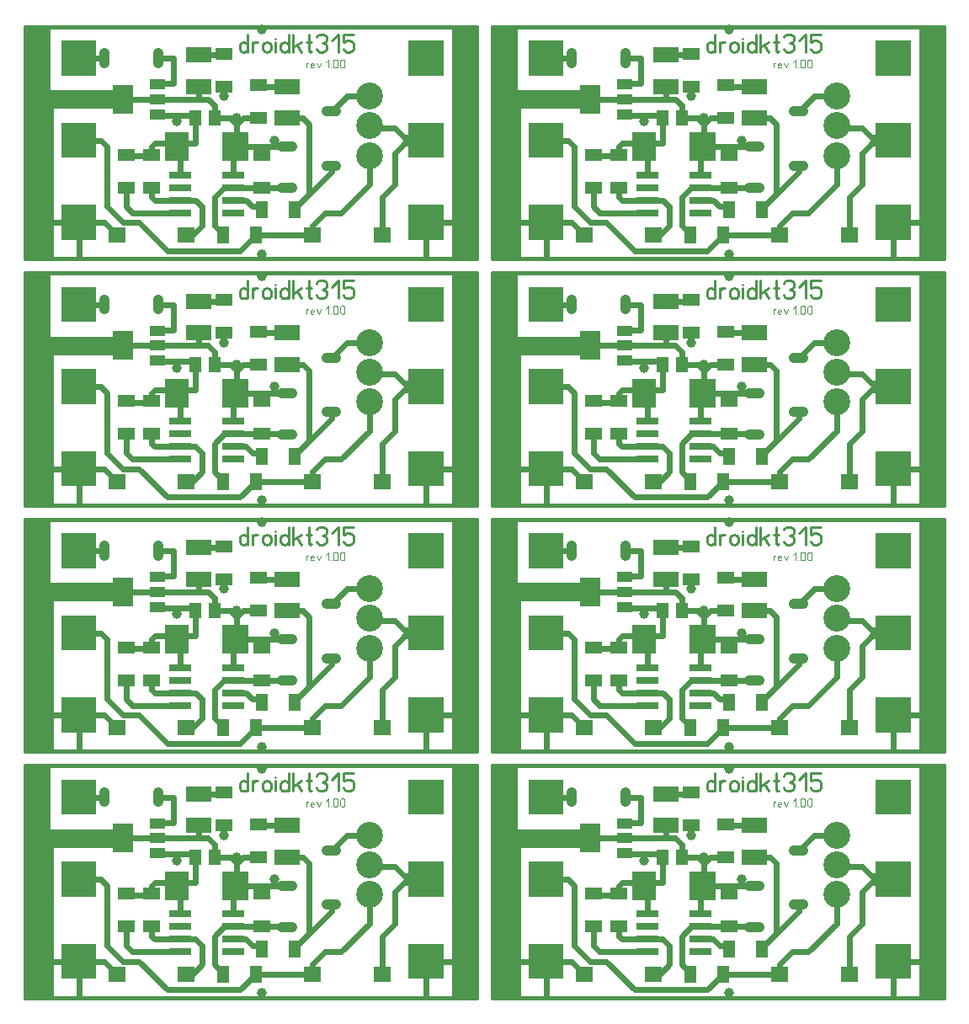
<source format=gbr>
%FSLAX34Y34*%
%MOMM*%
%LNCOPPER_TOP*%
G71*
G01*
%ADD10C, 1.00*%
%ADD11R, 1.80X3.00*%
%ADD12R, 1.30X1.80*%
%ADD13R, 1.80X1.60*%
%ADD14R, 1.70X1.30*%
%ADD15C, 2.70*%
%ADD16R, 2.00X3.00*%
%ADD17R, 1.50X1.00*%
%ADD18C, 0.22*%
%ADD19C, 0.10*%
%ADD20R, 2.20X0.70*%
%ADD21R, 2.60X1.50*%
%ADD22R, 1.30X1.60*%
%ADD23C, 0.60*%
%ADD24C, 1.00*%
%ADD25R, 1.80X1.30*%
%ADD26C, 0.40*%
%LPD*%
G36*
X42850Y804875D02*
X77850Y804875D01*
X77850Y769875D01*
X42850Y769875D01*
X42850Y804875D01*
G37*
G36*
X42850Y969975D02*
X77850Y969975D01*
X77850Y934975D01*
X42850Y934975D01*
X42850Y969975D01*
G37*
G36*
X392100Y887425D02*
X427100Y887425D01*
X427100Y852425D01*
X392100Y852425D01*
X392100Y887425D01*
G37*
G54D10*
X264900Y863575D02*
X274900Y863575D01*
G54D10*
X264900Y821825D02*
X274900Y821825D01*
G54D10*
X85750Y957475D02*
X85750Y947475D01*
G54D10*
X140200Y957475D02*
X140200Y947475D01*
X161950Y863575D02*
G54D11*
D03*
X222275Y863575D02*
G54D11*
D03*
X155600Y863575D02*
G54D11*
D03*
X212750Y863575D02*
G54D11*
D03*
X238150Y774675D02*
G54D12*
D03*
X205209Y774675D02*
G54D12*
D03*
X168300Y774675D02*
G54D13*
D03*
X98450Y774675D02*
G54D13*
D03*
X365150Y774675D02*
G54D13*
D03*
X295300Y774675D02*
G54D13*
D03*
X133375Y822300D02*
G54D14*
D03*
X133375Y855241D02*
G54D14*
D03*
X107975Y822300D02*
G54D14*
D03*
X107975Y855241D02*
G54D14*
D03*
X244500Y822300D02*
G54D14*
D03*
X244500Y855241D02*
G54D14*
D03*
X244500Y800075D02*
G54D12*
D03*
X277441Y800075D02*
G54D12*
D03*
X352450Y914375D02*
G54D15*
D03*
X352450Y884375D02*
G54D15*
D03*
X352450Y854375D02*
G54D15*
D03*
X104800Y911200D02*
G54D16*
D03*
X139800Y896200D02*
G54D17*
D03*
X139800Y911200D02*
G54D17*
D03*
X139800Y926200D02*
G54D17*
D03*
G54D18*
X230275Y958825D02*
X230275Y976603D01*
G54D18*
X230275Y965936D02*
X228942Y968158D01*
X226275Y968825D01*
X223608Y968158D01*
X222275Y965936D01*
X222275Y961492D01*
X223608Y959269D01*
X226275Y958825D01*
X228942Y959269D01*
X230275Y961492D01*
G54D18*
X235164Y958825D02*
X235164Y968825D01*
G54D18*
X235164Y966603D02*
X237831Y968825D01*
X240497Y968825D01*
G54D18*
X253386Y961492D02*
X253386Y965936D01*
X252053Y968158D01*
X249386Y968825D01*
X246719Y968158D01*
X245386Y965936D01*
X245386Y961492D01*
X246719Y959269D01*
X249386Y958825D01*
X252053Y959269D01*
X253386Y961492D01*
G54D18*
X258275Y958825D02*
X258275Y968825D01*
G54D18*
X258275Y972158D02*
X258275Y972158D01*
G54D18*
X271164Y958825D02*
X271164Y976603D01*
G54D18*
X271164Y965936D02*
X269831Y968158D01*
X267164Y968825D01*
X264497Y968158D01*
X263164Y965936D01*
X263164Y961492D01*
X264497Y959269D01*
X267164Y958825D01*
X269831Y959269D01*
X271164Y961492D01*
G54D18*
X276053Y958825D02*
X276053Y976603D01*
G54D18*
X280053Y965492D02*
X284053Y958825D01*
G54D18*
X276053Y963269D02*
X284053Y968825D01*
G54D18*
X291609Y976603D02*
X291609Y959936D01*
X292942Y958825D01*
X294275Y959269D01*
G54D18*
X288942Y968825D02*
X294275Y968825D01*
G54D18*
X299164Y973269D02*
X300497Y975492D01*
X303164Y976603D01*
X305831Y976603D01*
X308497Y975492D01*
X309831Y973269D01*
X309831Y971047D01*
X308497Y968825D01*
X305831Y967714D01*
X308497Y966603D01*
X309831Y964381D01*
X309831Y962158D01*
X308497Y959936D01*
X305831Y958825D01*
X303164Y958825D01*
X300497Y959936D01*
X299164Y962158D01*
G54D18*
X314720Y969936D02*
X321387Y976603D01*
X321387Y958825D01*
G54D18*
X336943Y976603D02*
X326276Y976603D01*
X326276Y968825D01*
X327609Y968825D01*
X330276Y969936D01*
X332943Y969936D01*
X335609Y968825D01*
X336943Y966603D01*
X336943Y962158D01*
X335609Y959936D01*
X332943Y958825D01*
X330276Y958825D01*
X327609Y959936D01*
X326276Y962158D01*
G54D19*
X288950Y942950D02*
X288950Y947450D01*
G54D19*
X288950Y946450D02*
X290150Y947450D01*
X291350Y947450D01*
G54D19*
X297150Y943450D02*
X296190Y942950D01*
X294990Y942950D01*
X293790Y943450D01*
X293550Y944450D01*
X293550Y946150D01*
X294150Y947150D01*
X295350Y947450D01*
X296550Y947150D01*
X297150Y946450D01*
X297150Y945450D01*
X293550Y945450D01*
G54D19*
X299350Y947450D02*
X301750Y942950D01*
X304150Y947450D01*
G54D19*
X308670Y947950D02*
X311670Y950950D01*
X311670Y942950D01*
G54D19*
X313870Y942950D02*
X313870Y942950D01*
G54D19*
X320870Y949450D02*
X320870Y944450D01*
X320270Y943450D01*
X319070Y942950D01*
X317870Y942950D01*
X316670Y943450D01*
X316070Y944450D01*
X316070Y949450D01*
X316670Y950450D01*
X317870Y950950D01*
X319070Y950950D01*
X320270Y950450D01*
X320870Y949450D01*
G54D19*
X327870Y949450D02*
X327870Y944450D01*
X327270Y943450D01*
X326070Y942950D01*
X324870Y942950D01*
X323670Y943450D01*
X323070Y944450D01*
X323070Y949450D01*
X323670Y950450D01*
X324870Y950950D01*
X326070Y950950D01*
X327270Y950450D01*
X327870Y949450D01*
X206400Y923900D02*
G54D14*
D03*
X206400Y956841D02*
G54D14*
D03*
X161950Y835000D02*
G54D20*
D03*
X161950Y822300D02*
G54D20*
D03*
X161950Y809600D02*
G54D20*
D03*
X161950Y796900D02*
G54D20*
D03*
X215950Y796900D02*
G54D20*
D03*
X215950Y809600D02*
G54D20*
D03*
X215950Y822300D02*
G54D20*
D03*
X215950Y835000D02*
G54D20*
D03*
X181000Y923900D02*
G54D21*
D03*
X181000Y955650D02*
G54D21*
D03*
X196875Y892150D02*
G54D22*
D03*
X177875Y892150D02*
G54D22*
D03*
G36*
X42850Y887425D02*
X77850Y887425D01*
X77850Y852425D01*
X42850Y852425D01*
X42850Y887425D01*
G37*
G36*
X392100Y969975D02*
X427100Y969975D01*
X427100Y934975D01*
X392100Y934975D01*
X392100Y969975D01*
G37*
G36*
X392100Y804875D02*
X427100Y804875D01*
X427100Y769875D01*
X392100Y769875D01*
X392100Y804875D01*
G37*
X269900Y923900D02*
G54D21*
D03*
X269900Y892150D02*
G54D21*
D03*
G54D23*
X60350Y952475D02*
X85750Y952475D01*
G54D23*
X111150Y854050D02*
X133375Y854050D01*
G54D23*
X139725Y952475D02*
X155600Y952475D01*
X155600Y927075D01*
X139725Y927075D01*
G54D23*
X139725Y911200D02*
X190525Y911200D01*
X196875Y904850D01*
X196875Y892150D01*
X212750Y892150D01*
X219100Y885800D01*
X219100Y863575D01*
X219100Y860400D01*
X215925Y857225D01*
X215925Y835000D01*
G54D23*
X139725Y895325D02*
X177825Y895325D01*
X177825Y866750D01*
X158775Y866750D01*
X158775Y857225D01*
X161950Y854050D01*
X161950Y835000D01*
G54D23*
X181000Y923900D02*
X181000Y911200D01*
G54D23*
X181000Y955650D02*
X209575Y955650D01*
X158775Y888975D02*
G54D24*
D03*
X206400Y914375D02*
G54D24*
D03*
G54D23*
X133375Y854050D02*
X133375Y863575D01*
X136550Y866750D01*
X158775Y866750D01*
G54D23*
X133375Y822300D02*
X133375Y812775D01*
X136550Y809600D01*
X155600Y809600D01*
G54D23*
X107975Y822300D02*
X107975Y803250D01*
X114325Y796900D01*
X155600Y796900D01*
G54D23*
X171475Y809600D02*
X177825Y809600D01*
X184175Y803250D01*
X184175Y784200D01*
X174650Y774675D01*
G54D23*
X60350Y787375D02*
X85750Y787375D01*
X98450Y774675D01*
G54D23*
X139725Y911200D02*
X104800Y911200D01*
X31775Y911200D01*
X31775Y787375D01*
X60350Y787375D01*
G54D23*
X209575Y822300D02*
X206400Y822300D01*
X196875Y812775D01*
X196875Y784200D01*
X206400Y774675D01*
G54D23*
X60350Y869925D02*
X82575Y869925D01*
X88925Y863575D01*
X88925Y803250D01*
X104800Y787375D01*
G54D23*
X219100Y863575D02*
X269900Y863575D01*
X244500Y863575D01*
X244500Y857225D01*
G54D23*
X212750Y822300D02*
X244500Y822300D01*
X269900Y822300D01*
G54D23*
X222275Y809600D02*
X228625Y809600D01*
X234975Y803250D01*
X241325Y803250D01*
X241325Y892150D02*
G54D25*
D03*
X241325Y925091D02*
G54D25*
D03*
G54D23*
X241325Y923900D02*
X269900Y923900D01*
G54D23*
X219100Y885800D02*
X225450Y892150D01*
X241325Y892150D01*
G54D23*
X269900Y892150D02*
X285775Y892150D01*
X292125Y885800D01*
X292125Y815950D01*
X276250Y800075D01*
G54D10*
X309350Y844525D02*
X319350Y844525D01*
G54D10*
X309350Y898975D02*
X319350Y898975D01*
G54D23*
X314350Y844525D02*
X314350Y838175D01*
X288950Y812775D01*
G54D23*
X352450Y914375D02*
X330225Y914375D01*
X314350Y898500D01*
G54D23*
X250850Y774675D02*
X238150Y774675D01*
G54D23*
X250850Y774675D02*
X295300Y774675D01*
G54D23*
X409600Y869925D02*
X390550Y869925D01*
X377850Y857225D01*
X377850Y825475D01*
X365150Y812775D01*
X365150Y774675D01*
G54D23*
X352450Y882625D02*
X377850Y882625D01*
X390550Y869925D01*
X409600Y869925D01*
X403250Y869925D01*
X400075Y873100D01*
X387375Y873100D01*
G54D23*
X387375Y866750D02*
X396900Y866750D01*
G54D23*
X352450Y854050D02*
X352450Y825475D01*
X323875Y796900D01*
X308000Y796900D01*
X295300Y784200D01*
X295300Y774675D01*
G54D23*
X104800Y787375D02*
X120675Y787375D01*
X149250Y758800D01*
X222275Y758800D01*
X238150Y774675D01*
X247675Y774675D01*
G54D26*
X198462Y750862D02*
X6375Y750862D01*
X6375Y984225D01*
X460400Y984225D01*
X460400Y750862D01*
X196875Y750862D01*
G36*
X28600Y981050D02*
X28600Y752450D01*
X9550Y752450D01*
X9550Y981050D01*
X28600Y981050D01*
G37*
G54D23*
X28600Y981050D02*
X28600Y752450D01*
X9550Y752450D01*
X9550Y981050D01*
X28600Y981050D01*
G36*
X438175Y981050D02*
X454050Y981050D01*
X457225Y977875D01*
X457225Y981050D01*
X457225Y752450D01*
X438175Y752450D01*
X438175Y981050D01*
G37*
G54D23*
X438175Y981050D02*
X454050Y981050D01*
X457225Y977875D01*
X457225Y981050D01*
X457225Y752450D01*
X438175Y752450D01*
X438175Y981050D01*
G54D23*
X31775Y787375D02*
X31775Y752450D01*
G54D23*
X60350Y787375D02*
X60350Y752450D01*
G54D23*
X409600Y787375D02*
X441350Y787375D01*
X409600Y787375D01*
X409600Y752450D01*
G54D23*
X98450Y917550D02*
X25425Y917550D01*
X28600Y914375D01*
X98450Y914375D01*
X98450Y904850D01*
X28600Y904850D01*
X28600Y908025D01*
X98450Y908025D01*
X12725Y977875D02*
G54D24*
D03*
X12725Y758800D02*
G54D24*
D03*
X12725Y869925D02*
G54D24*
D03*
X450875Y869925D02*
G54D24*
D03*
X450875Y977875D02*
G54D24*
D03*
X450875Y758800D02*
G54D24*
D03*
X219100Y892150D02*
G54D24*
D03*
X257200Y869925D02*
G54D24*
D03*
X244500Y981050D02*
G54D24*
D03*
X244500Y755625D02*
G54D24*
D03*
G36*
X42850Y557225D02*
X77850Y557225D01*
X77850Y522225D01*
X42850Y522225D01*
X42850Y557225D01*
G37*
G36*
X42850Y722325D02*
X77850Y722325D01*
X77850Y687325D01*
X42850Y687325D01*
X42850Y722325D01*
G37*
G36*
X392100Y639775D02*
X427100Y639775D01*
X427100Y604775D01*
X392100Y604775D01*
X392100Y639775D01*
G37*
G54D10*
X264900Y615925D02*
X274900Y615925D01*
G54D10*
X264900Y574175D02*
X274900Y574175D01*
G54D10*
X85750Y709825D02*
X85750Y699825D01*
G54D10*
X140200Y709825D02*
X140200Y699825D01*
X161950Y615925D02*
G54D11*
D03*
X222275Y615925D02*
G54D11*
D03*
X155600Y615925D02*
G54D11*
D03*
X212750Y615925D02*
G54D11*
D03*
X238150Y527025D02*
G54D12*
D03*
X205209Y527025D02*
G54D12*
D03*
X168300Y527025D02*
G54D13*
D03*
X98450Y527025D02*
G54D13*
D03*
X365150Y527025D02*
G54D13*
D03*
X295300Y527025D02*
G54D13*
D03*
X133375Y574650D02*
G54D14*
D03*
X133375Y607591D02*
G54D14*
D03*
X107975Y574650D02*
G54D14*
D03*
X107975Y607591D02*
G54D14*
D03*
X244500Y574650D02*
G54D14*
D03*
X244500Y607591D02*
G54D14*
D03*
X244500Y552425D02*
G54D12*
D03*
X277441Y552425D02*
G54D12*
D03*
X352450Y666725D02*
G54D15*
D03*
X352450Y636725D02*
G54D15*
D03*
X352450Y606725D02*
G54D15*
D03*
X104800Y663550D02*
G54D16*
D03*
X139800Y648550D02*
G54D17*
D03*
X139800Y663550D02*
G54D17*
D03*
X139800Y678550D02*
G54D17*
D03*
G54D18*
X230275Y711175D02*
X230275Y728953D01*
G54D18*
X230275Y718286D02*
X228942Y720508D01*
X226275Y721175D01*
X223608Y720508D01*
X222275Y718286D01*
X222275Y713842D01*
X223608Y711619D01*
X226275Y711175D01*
X228942Y711619D01*
X230275Y713842D01*
G54D18*
X235164Y711175D02*
X235164Y721175D01*
G54D18*
X235164Y718953D02*
X237831Y721175D01*
X240497Y721175D01*
G54D18*
X253386Y713842D02*
X253386Y718286D01*
X252053Y720508D01*
X249386Y721175D01*
X246719Y720508D01*
X245386Y718286D01*
X245386Y713842D01*
X246719Y711619D01*
X249386Y711175D01*
X252053Y711619D01*
X253386Y713842D01*
G54D18*
X258275Y711175D02*
X258275Y721175D01*
G54D18*
X258275Y724508D02*
X258275Y724508D01*
G54D18*
X271164Y711175D02*
X271164Y728953D01*
G54D18*
X271164Y718286D02*
X269831Y720508D01*
X267164Y721175D01*
X264497Y720508D01*
X263164Y718286D01*
X263164Y713842D01*
X264497Y711619D01*
X267164Y711175D01*
X269831Y711619D01*
X271164Y713842D01*
G54D18*
X276053Y711175D02*
X276053Y728953D01*
G54D18*
X280053Y717842D02*
X284053Y711175D01*
G54D18*
X276053Y715619D02*
X284053Y721175D01*
G54D18*
X291609Y728953D02*
X291609Y712286D01*
X292942Y711175D01*
X294275Y711619D01*
G54D18*
X288942Y721175D02*
X294275Y721175D01*
G54D18*
X299164Y725619D02*
X300497Y727842D01*
X303164Y728953D01*
X305831Y728953D01*
X308497Y727842D01*
X309831Y725619D01*
X309831Y723397D01*
X308497Y721175D01*
X305831Y720064D01*
X308497Y718953D01*
X309831Y716731D01*
X309831Y714508D01*
X308497Y712286D01*
X305831Y711175D01*
X303164Y711175D01*
X300497Y712286D01*
X299164Y714508D01*
G54D18*
X314720Y722286D02*
X321387Y728953D01*
X321387Y711175D01*
G54D18*
X336943Y728953D02*
X326276Y728953D01*
X326276Y721175D01*
X327609Y721175D01*
X330276Y722286D01*
X332943Y722286D01*
X335609Y721175D01*
X336943Y718953D01*
X336943Y714508D01*
X335609Y712286D01*
X332943Y711175D01*
X330276Y711175D01*
X327609Y712286D01*
X326276Y714508D01*
G54D19*
X288950Y695300D02*
X288950Y699800D01*
G54D19*
X288950Y698800D02*
X290150Y699800D01*
X291350Y699800D01*
G54D19*
X297150Y695800D02*
X296190Y695300D01*
X294990Y695300D01*
X293790Y695800D01*
X293550Y696800D01*
X293550Y698500D01*
X294150Y699500D01*
X295350Y699800D01*
X296550Y699500D01*
X297150Y698800D01*
X297150Y697800D01*
X293550Y697800D01*
G54D19*
X299350Y699800D02*
X301750Y695300D01*
X304150Y699800D01*
G54D19*
X308670Y700300D02*
X311670Y703300D01*
X311670Y695300D01*
G54D19*
X313870Y695300D02*
X313870Y695300D01*
G54D19*
X320870Y701800D02*
X320870Y696800D01*
X320270Y695800D01*
X319070Y695300D01*
X317870Y695300D01*
X316670Y695800D01*
X316070Y696800D01*
X316070Y701800D01*
X316670Y702800D01*
X317870Y703300D01*
X319070Y703300D01*
X320270Y702800D01*
X320870Y701800D01*
G54D19*
X327870Y701800D02*
X327870Y696800D01*
X327270Y695800D01*
X326070Y695300D01*
X324870Y695300D01*
X323670Y695800D01*
X323070Y696800D01*
X323070Y701800D01*
X323670Y702800D01*
X324870Y703300D01*
X326070Y703300D01*
X327270Y702800D01*
X327870Y701800D01*
X206400Y676250D02*
G54D14*
D03*
X206400Y709191D02*
G54D14*
D03*
X161950Y587350D02*
G54D20*
D03*
X161950Y574650D02*
G54D20*
D03*
X161950Y561950D02*
G54D20*
D03*
X161950Y549250D02*
G54D20*
D03*
X215950Y549250D02*
G54D20*
D03*
X215950Y561950D02*
G54D20*
D03*
X215950Y574650D02*
G54D20*
D03*
X215950Y587350D02*
G54D20*
D03*
X181000Y676250D02*
G54D21*
D03*
X181000Y708000D02*
G54D21*
D03*
X196875Y644500D02*
G54D22*
D03*
X177875Y644500D02*
G54D22*
D03*
G36*
X42850Y639775D02*
X77850Y639775D01*
X77850Y604775D01*
X42850Y604775D01*
X42850Y639775D01*
G37*
G36*
X392100Y722325D02*
X427100Y722325D01*
X427100Y687325D01*
X392100Y687325D01*
X392100Y722325D01*
G37*
G36*
X392100Y557225D02*
X427100Y557225D01*
X427100Y522225D01*
X392100Y522225D01*
X392100Y557225D01*
G37*
X269900Y676250D02*
G54D21*
D03*
X269900Y644500D02*
G54D21*
D03*
G54D23*
X60350Y704825D02*
X85750Y704825D01*
G54D23*
X111150Y606400D02*
X133375Y606400D01*
G54D23*
X139725Y704825D02*
X155600Y704825D01*
X155600Y679425D01*
X139725Y679425D01*
G54D23*
X139725Y663550D02*
X190525Y663550D01*
X196875Y657200D01*
X196875Y644500D01*
X212750Y644500D01*
X219100Y638150D01*
X219100Y615925D01*
X219100Y612750D01*
X215925Y609575D01*
X215925Y587350D01*
G54D23*
X139725Y647675D02*
X177825Y647675D01*
X177825Y619100D01*
X158775Y619100D01*
X158775Y609575D01*
X161950Y606400D01*
X161950Y587350D01*
G54D23*
X181000Y676250D02*
X181000Y663550D01*
G54D23*
X181000Y708000D02*
X209575Y708000D01*
X158775Y641325D02*
G54D24*
D03*
X206400Y666725D02*
G54D24*
D03*
G54D23*
X133375Y606400D02*
X133375Y615925D01*
X136550Y619100D01*
X158775Y619100D01*
G54D23*
X133375Y574650D02*
X133375Y565125D01*
X136550Y561950D01*
X155600Y561950D01*
G54D23*
X107975Y574650D02*
X107975Y555600D01*
X114325Y549250D01*
X155600Y549250D01*
G54D23*
X171475Y561950D02*
X177825Y561950D01*
X184175Y555600D01*
X184175Y536550D01*
X174650Y527025D01*
G54D23*
X60350Y539725D02*
X85750Y539725D01*
X98450Y527025D01*
G54D23*
X139725Y663550D02*
X104800Y663550D01*
X31775Y663550D01*
X31775Y539725D01*
X60350Y539725D01*
G54D23*
X209575Y574650D02*
X206400Y574650D01*
X196875Y565125D01*
X196875Y536550D01*
X206400Y527025D01*
G54D23*
X60350Y622275D02*
X82575Y622275D01*
X88925Y615925D01*
X88925Y555600D01*
X104800Y539725D01*
G54D23*
X219100Y615925D02*
X269900Y615925D01*
X244500Y615925D01*
X244500Y609575D01*
G54D23*
X212750Y574650D02*
X244500Y574650D01*
X269900Y574650D01*
G54D23*
X222275Y561950D02*
X228625Y561950D01*
X234975Y555600D01*
X241325Y555600D01*
X241325Y644500D02*
G54D25*
D03*
X241325Y677441D02*
G54D25*
D03*
G54D23*
X241325Y676250D02*
X269900Y676250D01*
G54D23*
X219100Y638150D02*
X225450Y644500D01*
X241325Y644500D01*
G54D23*
X269900Y644500D02*
X285775Y644500D01*
X292125Y638150D01*
X292125Y568300D01*
X276250Y552425D01*
G54D10*
X309350Y596875D02*
X319350Y596875D01*
G54D10*
X309350Y651325D02*
X319350Y651325D01*
G54D23*
X314350Y596875D02*
X314350Y590525D01*
X288950Y565125D01*
G54D23*
X352450Y666725D02*
X330225Y666725D01*
X314350Y650850D01*
G54D23*
X250850Y527025D02*
X238150Y527025D01*
G54D23*
X250850Y527025D02*
X295300Y527025D01*
G54D23*
X409600Y622275D02*
X390550Y622275D01*
X377850Y609575D01*
X377850Y577825D01*
X365150Y565125D01*
X365150Y527025D01*
G54D23*
X352450Y634975D02*
X377850Y634975D01*
X390550Y622275D01*
X409600Y622275D01*
X403250Y622275D01*
X400075Y625450D01*
X387375Y625450D01*
G54D23*
X387375Y619100D02*
X396900Y619100D01*
G54D23*
X352450Y606400D02*
X352450Y577825D01*
X323875Y549250D01*
X308000Y549250D01*
X295300Y536550D01*
X295300Y527025D01*
G54D23*
X104800Y539725D02*
X120675Y539725D01*
X149250Y511150D01*
X222275Y511150D01*
X238150Y527025D01*
X247675Y527025D01*
G54D26*
X198462Y503212D02*
X6375Y503212D01*
X6375Y736575D01*
X460400Y736575D01*
X460400Y503212D01*
X196875Y503212D01*
G36*
X28600Y733400D02*
X28600Y504800D01*
X9550Y504800D01*
X9550Y733400D01*
X28600Y733400D01*
G37*
G54D23*
X28600Y733400D02*
X28600Y504800D01*
X9550Y504800D01*
X9550Y733400D01*
X28600Y733400D01*
G36*
X438175Y733400D02*
X454050Y733400D01*
X457225Y730225D01*
X457225Y733400D01*
X457225Y504800D01*
X438175Y504800D01*
X438175Y733400D01*
G37*
G54D23*
X438175Y733400D02*
X454050Y733400D01*
X457225Y730225D01*
X457225Y733400D01*
X457225Y504800D01*
X438175Y504800D01*
X438175Y733400D01*
G54D23*
X31775Y539725D02*
X31775Y504800D01*
G54D23*
X60350Y539725D02*
X60350Y504800D01*
G54D23*
X409600Y539725D02*
X441350Y539725D01*
X409600Y539725D01*
X409600Y504800D01*
G54D23*
X98450Y669900D02*
X25425Y669900D01*
X28600Y666725D01*
X98450Y666725D01*
X98450Y657200D01*
X28600Y657200D01*
X28600Y660375D01*
X98450Y660375D01*
X12725Y730225D02*
G54D24*
D03*
X12725Y511150D02*
G54D24*
D03*
X12725Y622275D02*
G54D24*
D03*
X450875Y622275D02*
G54D24*
D03*
X450875Y730225D02*
G54D24*
D03*
X450875Y511150D02*
G54D24*
D03*
X219100Y644500D02*
G54D24*
D03*
X257200Y622275D02*
G54D24*
D03*
X244500Y733400D02*
G54D24*
D03*
X244500Y507975D02*
G54D24*
D03*
G36*
X42850Y309575D02*
X77850Y309575D01*
X77850Y274575D01*
X42850Y274575D01*
X42850Y309575D01*
G37*
G36*
X42850Y474675D02*
X77850Y474675D01*
X77850Y439675D01*
X42850Y439675D01*
X42850Y474675D01*
G37*
G36*
X392100Y392125D02*
X427100Y392125D01*
X427100Y357125D01*
X392100Y357125D01*
X392100Y392125D01*
G37*
G54D10*
X264900Y368275D02*
X274900Y368275D01*
G54D10*
X264900Y326525D02*
X274900Y326525D01*
G54D10*
X85750Y462175D02*
X85750Y452175D01*
G54D10*
X140200Y462175D02*
X140200Y452175D01*
X161950Y368275D02*
G54D11*
D03*
X222275Y368275D02*
G54D11*
D03*
X155600Y368275D02*
G54D11*
D03*
X212750Y368275D02*
G54D11*
D03*
X238150Y279375D02*
G54D12*
D03*
X205209Y279375D02*
G54D12*
D03*
X168300Y279375D02*
G54D13*
D03*
X98450Y279375D02*
G54D13*
D03*
X365150Y279375D02*
G54D13*
D03*
X295300Y279375D02*
G54D13*
D03*
X133375Y327000D02*
G54D14*
D03*
X133375Y359941D02*
G54D14*
D03*
X107975Y327000D02*
G54D14*
D03*
X107975Y359941D02*
G54D14*
D03*
X244500Y327000D02*
G54D14*
D03*
X244500Y359941D02*
G54D14*
D03*
X244500Y304775D02*
G54D12*
D03*
X277441Y304775D02*
G54D12*
D03*
X352450Y419075D02*
G54D15*
D03*
X352450Y389075D02*
G54D15*
D03*
X352450Y359075D02*
G54D15*
D03*
X104800Y415900D02*
G54D16*
D03*
X139800Y400900D02*
G54D17*
D03*
X139800Y415900D02*
G54D17*
D03*
X139800Y430900D02*
G54D17*
D03*
G54D18*
X230275Y463525D02*
X230275Y481303D01*
G54D18*
X230275Y470636D02*
X228942Y472858D01*
X226275Y473525D01*
X223608Y472858D01*
X222275Y470636D01*
X222275Y466192D01*
X223608Y463969D01*
X226275Y463525D01*
X228942Y463969D01*
X230275Y466192D01*
G54D18*
X235164Y463525D02*
X235164Y473525D01*
G54D18*
X235164Y471303D02*
X237831Y473525D01*
X240497Y473525D01*
G54D18*
X253386Y466192D02*
X253386Y470636D01*
X252053Y472858D01*
X249386Y473525D01*
X246719Y472858D01*
X245386Y470636D01*
X245386Y466192D01*
X246719Y463969D01*
X249386Y463525D01*
X252053Y463969D01*
X253386Y466192D01*
G54D18*
X258275Y463525D02*
X258275Y473525D01*
G54D18*
X258275Y476858D02*
X258275Y476858D01*
G54D18*
X271164Y463525D02*
X271164Y481303D01*
G54D18*
X271164Y470636D02*
X269831Y472858D01*
X267164Y473525D01*
X264497Y472858D01*
X263164Y470636D01*
X263164Y466192D01*
X264497Y463969D01*
X267164Y463525D01*
X269831Y463969D01*
X271164Y466192D01*
G54D18*
X276053Y463525D02*
X276053Y481303D01*
G54D18*
X280053Y470192D02*
X284053Y463525D01*
G54D18*
X276053Y467969D02*
X284053Y473525D01*
G54D18*
X291609Y481303D02*
X291609Y464636D01*
X292942Y463525D01*
X294275Y463969D01*
G54D18*
X288942Y473525D02*
X294275Y473525D01*
G54D18*
X299164Y477969D02*
X300497Y480192D01*
X303164Y481303D01*
X305831Y481303D01*
X308497Y480192D01*
X309831Y477969D01*
X309831Y475747D01*
X308497Y473525D01*
X305831Y472414D01*
X308497Y471303D01*
X309831Y469081D01*
X309831Y466858D01*
X308497Y464636D01*
X305831Y463525D01*
X303164Y463525D01*
X300497Y464636D01*
X299164Y466858D01*
G54D18*
X314720Y474636D02*
X321387Y481303D01*
X321387Y463525D01*
G54D18*
X336943Y481303D02*
X326276Y481303D01*
X326276Y473525D01*
X327609Y473525D01*
X330276Y474636D01*
X332943Y474636D01*
X335609Y473525D01*
X336943Y471303D01*
X336943Y466858D01*
X335609Y464636D01*
X332943Y463525D01*
X330276Y463525D01*
X327609Y464636D01*
X326276Y466858D01*
G54D19*
X288950Y447650D02*
X288950Y452150D01*
G54D19*
X288950Y451150D02*
X290150Y452150D01*
X291350Y452150D01*
G54D19*
X297150Y448150D02*
X296190Y447650D01*
X294990Y447650D01*
X293790Y448150D01*
X293550Y449150D01*
X293550Y450850D01*
X294150Y451850D01*
X295350Y452150D01*
X296550Y451850D01*
X297150Y451150D01*
X297150Y450150D01*
X293550Y450150D01*
G54D19*
X299350Y452150D02*
X301750Y447650D01*
X304150Y452150D01*
G54D19*
X308670Y452650D02*
X311670Y455650D01*
X311670Y447650D01*
G54D19*
X313870Y447650D02*
X313870Y447650D01*
G54D19*
X320870Y454150D02*
X320870Y449150D01*
X320270Y448150D01*
X319070Y447650D01*
X317870Y447650D01*
X316670Y448150D01*
X316070Y449150D01*
X316070Y454150D01*
X316670Y455150D01*
X317870Y455650D01*
X319070Y455650D01*
X320270Y455150D01*
X320870Y454150D01*
G54D19*
X327870Y454150D02*
X327870Y449150D01*
X327270Y448150D01*
X326070Y447650D01*
X324870Y447650D01*
X323670Y448150D01*
X323070Y449150D01*
X323070Y454150D01*
X323670Y455150D01*
X324870Y455650D01*
X326070Y455650D01*
X327270Y455150D01*
X327870Y454150D01*
X206400Y428600D02*
G54D14*
D03*
X206400Y461541D02*
G54D14*
D03*
X161950Y339700D02*
G54D20*
D03*
X161950Y327000D02*
G54D20*
D03*
X161950Y314300D02*
G54D20*
D03*
X161950Y301600D02*
G54D20*
D03*
X215950Y301600D02*
G54D20*
D03*
X215950Y314300D02*
G54D20*
D03*
X215950Y327000D02*
G54D20*
D03*
X215950Y339700D02*
G54D20*
D03*
X181000Y428600D02*
G54D21*
D03*
X181000Y460350D02*
G54D21*
D03*
X196875Y396850D02*
G54D22*
D03*
X177875Y396850D02*
G54D22*
D03*
G36*
X42850Y392125D02*
X77850Y392125D01*
X77850Y357125D01*
X42850Y357125D01*
X42850Y392125D01*
G37*
G36*
X392100Y474675D02*
X427100Y474675D01*
X427100Y439675D01*
X392100Y439675D01*
X392100Y474675D01*
G37*
G36*
X392100Y309575D02*
X427100Y309575D01*
X427100Y274575D01*
X392100Y274575D01*
X392100Y309575D01*
G37*
X269900Y428600D02*
G54D21*
D03*
X269900Y396850D02*
G54D21*
D03*
G54D23*
X60350Y457175D02*
X85750Y457175D01*
G54D23*
X111150Y358750D02*
X133375Y358750D01*
G54D23*
X139725Y457175D02*
X155600Y457175D01*
X155600Y431775D01*
X139725Y431775D01*
G54D23*
X139725Y415900D02*
X190525Y415900D01*
X196875Y409550D01*
X196875Y396850D01*
X212750Y396850D01*
X219100Y390500D01*
X219100Y368275D01*
X219100Y365100D01*
X215925Y361925D01*
X215925Y339700D01*
G54D23*
X139725Y400025D02*
X177825Y400025D01*
X177825Y371450D01*
X158775Y371450D01*
X158775Y361925D01*
X161950Y358750D01*
X161950Y339700D01*
G54D23*
X181000Y428600D02*
X181000Y415900D01*
G54D23*
X181000Y460350D02*
X209575Y460350D01*
X158775Y393675D02*
G54D24*
D03*
X206400Y419075D02*
G54D24*
D03*
G54D23*
X133375Y358750D02*
X133375Y368275D01*
X136550Y371450D01*
X158775Y371450D01*
G54D23*
X133375Y327000D02*
X133375Y317475D01*
X136550Y314300D01*
X155600Y314300D01*
G54D23*
X107975Y327000D02*
X107975Y307950D01*
X114325Y301600D01*
X155600Y301600D01*
G54D23*
X171475Y314300D02*
X177825Y314300D01*
X184175Y307950D01*
X184175Y288900D01*
X174650Y279375D01*
G54D23*
X60350Y292075D02*
X85750Y292075D01*
X98450Y279375D01*
G54D23*
X139725Y415900D02*
X104800Y415900D01*
X31775Y415900D01*
X31775Y292075D01*
X60350Y292075D01*
G54D23*
X209575Y327000D02*
X206400Y327000D01*
X196875Y317475D01*
X196875Y288900D01*
X206400Y279375D01*
G54D23*
X60350Y374625D02*
X82575Y374625D01*
X88925Y368275D01*
X88925Y307950D01*
X104800Y292075D01*
G54D23*
X219100Y368275D02*
X269900Y368275D01*
X244500Y368275D01*
X244500Y361925D01*
G54D23*
X212750Y327000D02*
X244500Y327000D01*
X269900Y327000D01*
G54D23*
X222275Y314300D02*
X228625Y314300D01*
X234975Y307950D01*
X241325Y307950D01*
X241325Y396850D02*
G54D25*
D03*
X241325Y429791D02*
G54D25*
D03*
G54D23*
X241325Y428600D02*
X269900Y428600D01*
G54D23*
X219100Y390500D02*
X225450Y396850D01*
X241325Y396850D01*
G54D23*
X269900Y396850D02*
X285775Y396850D01*
X292125Y390500D01*
X292125Y320650D01*
X276250Y304775D01*
G54D10*
X309350Y349225D02*
X319350Y349225D01*
G54D10*
X309350Y403675D02*
X319350Y403675D01*
G54D23*
X314350Y349225D02*
X314350Y342875D01*
X288950Y317475D01*
G54D23*
X352450Y419075D02*
X330225Y419075D01*
X314350Y403200D01*
G54D23*
X250850Y279375D02*
X238150Y279375D01*
G54D23*
X250850Y279375D02*
X295300Y279375D01*
G54D23*
X409600Y374625D02*
X390550Y374625D01*
X377850Y361925D01*
X377850Y330175D01*
X365150Y317475D01*
X365150Y279375D01*
G54D23*
X352450Y387325D02*
X377850Y387325D01*
X390550Y374625D01*
X409600Y374625D01*
X403250Y374625D01*
X400075Y377800D01*
X387375Y377800D01*
G54D23*
X387375Y371450D02*
X396900Y371450D01*
G54D23*
X352450Y358750D02*
X352450Y330175D01*
X323875Y301600D01*
X308000Y301600D01*
X295300Y288900D01*
X295300Y279375D01*
G54D23*
X104800Y292075D02*
X120675Y292075D01*
X149250Y263500D01*
X222275Y263500D01*
X238150Y279375D01*
X247675Y279375D01*
G54D26*
X198462Y255562D02*
X6375Y255562D01*
X6375Y488925D01*
X460400Y488925D01*
X460400Y255562D01*
X196875Y255562D01*
G36*
X28600Y485750D02*
X28600Y257150D01*
X9550Y257150D01*
X9550Y485750D01*
X28600Y485750D01*
G37*
G54D23*
X28600Y485750D02*
X28600Y257150D01*
X9550Y257150D01*
X9550Y485750D01*
X28600Y485750D01*
G36*
X438175Y485750D02*
X454050Y485750D01*
X457225Y482575D01*
X457225Y485750D01*
X457225Y257150D01*
X438175Y257150D01*
X438175Y485750D01*
G37*
G54D23*
X438175Y485750D02*
X454050Y485750D01*
X457225Y482575D01*
X457225Y485750D01*
X457225Y257150D01*
X438175Y257150D01*
X438175Y485750D01*
G54D23*
X31775Y292075D02*
X31775Y257150D01*
G54D23*
X60350Y292075D02*
X60350Y257150D01*
G54D23*
X409600Y292075D02*
X441350Y292075D01*
X409600Y292075D01*
X409600Y257150D01*
G54D23*
X98450Y422250D02*
X25425Y422250D01*
X28600Y419075D01*
X98450Y419075D01*
X98450Y409550D01*
X28600Y409550D01*
X28600Y412725D01*
X98450Y412725D01*
X12725Y482575D02*
G54D24*
D03*
X12725Y263500D02*
G54D24*
D03*
X12725Y374625D02*
G54D24*
D03*
X450875Y374625D02*
G54D24*
D03*
X450875Y482575D02*
G54D24*
D03*
X450875Y263500D02*
G54D24*
D03*
X219100Y396850D02*
G54D24*
D03*
X257200Y374625D02*
G54D24*
D03*
X244500Y485750D02*
G54D24*
D03*
X244500Y260325D02*
G54D24*
D03*
G36*
X42850Y61925D02*
X77850Y61925D01*
X77850Y26925D01*
X42850Y26925D01*
X42850Y61925D01*
G37*
G36*
X42850Y227025D02*
X77850Y227025D01*
X77850Y192025D01*
X42850Y192025D01*
X42850Y227025D01*
G37*
G36*
X392100Y144475D02*
X427100Y144475D01*
X427100Y109475D01*
X392100Y109475D01*
X392100Y144475D01*
G37*
G54D10*
X264900Y120625D02*
X274900Y120625D01*
G54D10*
X264900Y78875D02*
X274900Y78875D01*
G54D10*
X85750Y214525D02*
X85750Y204525D01*
G54D10*
X140200Y214525D02*
X140200Y204525D01*
X161950Y120625D02*
G54D11*
D03*
X222275Y120625D02*
G54D11*
D03*
X155600Y120625D02*
G54D11*
D03*
X212750Y120625D02*
G54D11*
D03*
X238150Y31725D02*
G54D12*
D03*
X205209Y31725D02*
G54D12*
D03*
X168300Y31725D02*
G54D13*
D03*
X98450Y31725D02*
G54D13*
D03*
X365150Y31725D02*
G54D13*
D03*
X295300Y31725D02*
G54D13*
D03*
X133375Y79350D02*
G54D14*
D03*
X133375Y112291D02*
G54D14*
D03*
X107975Y79350D02*
G54D14*
D03*
X107975Y112291D02*
G54D14*
D03*
X244500Y79350D02*
G54D14*
D03*
X244500Y112291D02*
G54D14*
D03*
X244500Y57125D02*
G54D12*
D03*
X277441Y57125D02*
G54D12*
D03*
X352450Y171425D02*
G54D15*
D03*
X352450Y141425D02*
G54D15*
D03*
X352450Y111425D02*
G54D15*
D03*
X104800Y168250D02*
G54D16*
D03*
X139800Y153250D02*
G54D17*
D03*
X139800Y168250D02*
G54D17*
D03*
X139800Y183250D02*
G54D17*
D03*
G54D18*
X230275Y215875D02*
X230275Y233653D01*
G54D18*
X230275Y222986D02*
X228942Y225208D01*
X226275Y225875D01*
X223608Y225208D01*
X222275Y222986D01*
X222275Y218542D01*
X223608Y216320D01*
X226275Y215875D01*
X228942Y216320D01*
X230275Y218542D01*
G54D18*
X235164Y215875D02*
X235164Y225875D01*
G54D18*
X235164Y223653D02*
X237831Y225875D01*
X240497Y225875D01*
G54D18*
X253386Y218542D02*
X253386Y222986D01*
X252053Y225208D01*
X249386Y225875D01*
X246719Y225208D01*
X245386Y222986D01*
X245386Y218542D01*
X246719Y216320D01*
X249386Y215875D01*
X252053Y216320D01*
X253386Y218542D01*
G54D18*
X258275Y215875D02*
X258275Y225875D01*
G54D18*
X258275Y229208D02*
X258275Y229208D01*
G54D18*
X271164Y215875D02*
X271164Y233653D01*
G54D18*
X271164Y222986D02*
X269831Y225208D01*
X267164Y225875D01*
X264497Y225208D01*
X263164Y222986D01*
X263164Y218542D01*
X264497Y216320D01*
X267164Y215875D01*
X269831Y216320D01*
X271164Y218542D01*
G54D18*
X276053Y215875D02*
X276053Y233653D01*
G54D18*
X280053Y222542D02*
X284053Y215875D01*
G54D18*
X276053Y220320D02*
X284053Y225875D01*
G54D18*
X291609Y233653D02*
X291609Y216986D01*
X292942Y215875D01*
X294275Y216320D01*
G54D18*
X288942Y225875D02*
X294275Y225875D01*
G54D18*
X299164Y230320D02*
X300497Y232542D01*
X303164Y233653D01*
X305831Y233653D01*
X308497Y232542D01*
X309831Y230320D01*
X309831Y228097D01*
X308497Y225875D01*
X305831Y224764D01*
X308497Y223653D01*
X309831Y221430D01*
X309831Y219208D01*
X308497Y216986D01*
X305831Y215875D01*
X303164Y215875D01*
X300497Y216986D01*
X299164Y219208D01*
G54D18*
X314720Y226986D02*
X321387Y233653D01*
X321387Y215875D01*
G54D18*
X336943Y233653D02*
X326276Y233653D01*
X326276Y225875D01*
X327609Y225875D01*
X330276Y226986D01*
X332943Y226986D01*
X335609Y225875D01*
X336943Y223653D01*
X336943Y219208D01*
X335609Y216986D01*
X332943Y215875D01*
X330276Y215875D01*
X327609Y216986D01*
X326276Y219208D01*
G54D19*
X288950Y200000D02*
X288950Y204500D01*
G54D19*
X288950Y203500D02*
X290150Y204500D01*
X291350Y204500D01*
G54D19*
X297150Y200500D02*
X296190Y200000D01*
X294990Y200000D01*
X293790Y200500D01*
X293550Y201500D01*
X293550Y203200D01*
X294150Y204200D01*
X295350Y204500D01*
X296550Y204200D01*
X297150Y203500D01*
X297150Y202500D01*
X293550Y202500D01*
G54D19*
X299350Y204500D02*
X301750Y200000D01*
X304150Y204500D01*
G54D19*
X308670Y205000D02*
X311670Y208000D01*
X311670Y200000D01*
G54D19*
X313870Y200000D02*
X313870Y200000D01*
G54D19*
X320870Y206500D02*
X320870Y201500D01*
X320270Y200500D01*
X319070Y200000D01*
X317870Y200000D01*
X316670Y200500D01*
X316070Y201500D01*
X316070Y206500D01*
X316670Y207500D01*
X317870Y208000D01*
X319070Y208000D01*
X320270Y207500D01*
X320870Y206500D01*
G54D19*
X327870Y206500D02*
X327870Y201500D01*
X327270Y200500D01*
X326070Y200000D01*
X324870Y200000D01*
X323670Y200500D01*
X323070Y201500D01*
X323070Y206500D01*
X323670Y207500D01*
X324870Y208000D01*
X326070Y208000D01*
X327270Y207500D01*
X327870Y206500D01*
X206400Y180950D02*
G54D14*
D03*
X206400Y213891D02*
G54D14*
D03*
X161950Y92050D02*
G54D20*
D03*
X161950Y79350D02*
G54D20*
D03*
X161950Y66650D02*
G54D20*
D03*
X161950Y53950D02*
G54D20*
D03*
X215950Y53950D02*
G54D20*
D03*
X215950Y66650D02*
G54D20*
D03*
X215950Y79350D02*
G54D20*
D03*
X215950Y92050D02*
G54D20*
D03*
X181000Y180950D02*
G54D21*
D03*
X181000Y212700D02*
G54D21*
D03*
X196875Y149200D02*
G54D22*
D03*
X177875Y149200D02*
G54D22*
D03*
G36*
X42850Y144475D02*
X77850Y144475D01*
X77850Y109475D01*
X42850Y109475D01*
X42850Y144475D01*
G37*
G36*
X392100Y227025D02*
X427100Y227025D01*
X427100Y192025D01*
X392100Y192025D01*
X392100Y227025D01*
G37*
G36*
X392100Y61925D02*
X427100Y61925D01*
X427100Y26925D01*
X392100Y26925D01*
X392100Y61925D01*
G37*
X269900Y180950D02*
G54D21*
D03*
X269900Y149200D02*
G54D21*
D03*
G54D23*
X60350Y209525D02*
X85750Y209525D01*
G54D23*
X111150Y111100D02*
X133375Y111100D01*
G54D23*
X139725Y209525D02*
X155600Y209525D01*
X155600Y184125D01*
X139725Y184125D01*
G54D23*
X139725Y168250D02*
X190525Y168250D01*
X196875Y161900D01*
X196875Y149200D01*
X212750Y149200D01*
X219100Y142850D01*
X219100Y120625D01*
X219100Y117450D01*
X215925Y114275D01*
X215925Y92050D01*
G54D23*
X139725Y152375D02*
X177825Y152375D01*
X177825Y123800D01*
X158775Y123800D01*
X158775Y114275D01*
X161950Y111100D01*
X161950Y92050D01*
G54D23*
X181000Y180950D02*
X181000Y168250D01*
G54D23*
X181000Y212700D02*
X209575Y212700D01*
X158775Y146025D02*
G54D24*
D03*
X206400Y171425D02*
G54D24*
D03*
G54D23*
X133375Y111100D02*
X133375Y120625D01*
X136550Y123800D01*
X158775Y123800D01*
G54D23*
X133375Y79350D02*
X133375Y69825D01*
X136550Y66650D01*
X155600Y66650D01*
G54D23*
X107975Y79350D02*
X107975Y60300D01*
X114325Y53950D01*
X155600Y53950D01*
G54D23*
X171475Y66650D02*
X177825Y66650D01*
X184175Y60300D01*
X184175Y41250D01*
X174650Y31725D01*
G54D23*
X60350Y44425D02*
X85750Y44425D01*
X98450Y31725D01*
G54D23*
X139725Y168250D02*
X104800Y168250D01*
X31775Y168250D01*
X31775Y44425D01*
X60350Y44425D01*
G54D23*
X209575Y79350D02*
X206400Y79350D01*
X196875Y69825D01*
X196875Y41250D01*
X206400Y31725D01*
G54D23*
X60350Y126975D02*
X82575Y126975D01*
X88925Y120625D01*
X88925Y60300D01*
X104800Y44425D01*
G54D23*
X219100Y120625D02*
X269900Y120625D01*
X244500Y120625D01*
X244500Y114275D01*
G54D23*
X212750Y79350D02*
X244500Y79350D01*
X269900Y79350D01*
G54D23*
X222275Y66650D02*
X228625Y66650D01*
X234975Y60300D01*
X241325Y60300D01*
X241325Y149200D02*
G54D25*
D03*
X241325Y182141D02*
G54D25*
D03*
G54D23*
X241325Y180950D02*
X269900Y180950D01*
G54D23*
X219100Y142850D02*
X225450Y149200D01*
X241325Y149200D01*
G54D23*
X269900Y149200D02*
X285775Y149200D01*
X292125Y142850D01*
X292125Y73000D01*
X276250Y57125D01*
G54D10*
X309350Y101575D02*
X319350Y101575D01*
G54D10*
X309350Y156025D02*
X319350Y156025D01*
G54D23*
X314350Y101575D02*
X314350Y95225D01*
X288950Y69825D01*
G54D23*
X352450Y171425D02*
X330225Y171425D01*
X314350Y155550D01*
G54D23*
X250850Y31725D02*
X238150Y31725D01*
G54D23*
X250850Y31725D02*
X295300Y31725D01*
G54D23*
X409600Y126975D02*
X390550Y126975D01*
X377850Y114275D01*
X377850Y82525D01*
X365150Y69825D01*
X365150Y31725D01*
G54D23*
X352450Y139675D02*
X377850Y139675D01*
X390550Y126975D01*
X409600Y126975D01*
X403250Y126975D01*
X400075Y130150D01*
X387375Y130150D01*
G54D23*
X387375Y123800D02*
X396900Y123800D01*
G54D23*
X352450Y111100D02*
X352450Y82525D01*
X323875Y53950D01*
X308000Y53950D01*
X295300Y41250D01*
X295300Y31725D01*
G54D23*
X104800Y44425D02*
X120675Y44425D01*
X149250Y15850D01*
X222275Y15850D01*
X238150Y31725D01*
X247675Y31725D01*
G54D26*
X198462Y7912D02*
X6375Y7912D01*
X6375Y241275D01*
X460400Y241275D01*
X460400Y7912D01*
X196875Y7912D01*
G36*
X28600Y238100D02*
X28600Y9500D01*
X9550Y9500D01*
X9550Y238100D01*
X28600Y238100D01*
G37*
G54D23*
X28600Y238100D02*
X28600Y9500D01*
X9550Y9500D01*
X9550Y238100D01*
X28600Y238100D01*
G36*
X438175Y238100D02*
X454050Y238100D01*
X457225Y234925D01*
X457225Y238100D01*
X457225Y9500D01*
X438175Y9500D01*
X438175Y238100D01*
G37*
G54D23*
X438175Y238100D02*
X454050Y238100D01*
X457225Y234925D01*
X457225Y238100D01*
X457225Y9500D01*
X438175Y9500D01*
X438175Y238100D01*
G54D23*
X31775Y44425D02*
X31775Y9500D01*
G54D23*
X60350Y44425D02*
X60350Y9500D01*
G54D23*
X409600Y44425D02*
X441350Y44425D01*
X409600Y44425D01*
X409600Y9500D01*
G54D23*
X98450Y174600D02*
X25425Y174600D01*
X28600Y171425D01*
X98450Y171425D01*
X98450Y161900D01*
X28600Y161900D01*
X28600Y165075D01*
X98450Y165075D01*
X12725Y234925D02*
G54D24*
D03*
X12725Y15850D02*
G54D24*
D03*
X12725Y126975D02*
G54D24*
D03*
X450875Y126975D02*
G54D24*
D03*
X450875Y234925D02*
G54D24*
D03*
X450875Y15850D02*
G54D24*
D03*
X219100Y149200D02*
G54D24*
D03*
X257200Y126975D02*
G54D24*
D03*
X244500Y238100D02*
G54D24*
D03*
X244500Y12675D02*
G54D24*
D03*
G36*
X512750Y804875D02*
X547750Y804875D01*
X547750Y769875D01*
X512750Y769875D01*
X512750Y804875D01*
G37*
G36*
X512750Y969975D02*
X547750Y969975D01*
X547750Y934975D01*
X512750Y934975D01*
X512750Y969975D01*
G37*
G36*
X862000Y887425D02*
X897000Y887425D01*
X897000Y852425D01*
X862000Y852425D01*
X862000Y887425D01*
G37*
G54D10*
X734800Y863575D02*
X744800Y863575D01*
G54D10*
X734800Y821825D02*
X744800Y821825D01*
G54D10*
X555650Y957475D02*
X555650Y947475D01*
G54D10*
X610100Y957475D02*
X610100Y947475D01*
X631850Y863575D02*
G54D11*
D03*
X692175Y863575D02*
G54D11*
D03*
X625500Y863575D02*
G54D11*
D03*
X682650Y863575D02*
G54D11*
D03*
X708050Y774675D02*
G54D12*
D03*
X675109Y774675D02*
G54D12*
D03*
X638200Y774675D02*
G54D13*
D03*
X568350Y774675D02*
G54D13*
D03*
X835050Y774675D02*
G54D13*
D03*
X765200Y774675D02*
G54D13*
D03*
X603275Y822300D02*
G54D14*
D03*
X603275Y855241D02*
G54D14*
D03*
X577875Y822300D02*
G54D14*
D03*
X577875Y855241D02*
G54D14*
D03*
X714400Y822300D02*
G54D14*
D03*
X714400Y855241D02*
G54D14*
D03*
X714400Y800075D02*
G54D12*
D03*
X747341Y800075D02*
G54D12*
D03*
X822350Y914375D02*
G54D15*
D03*
X822350Y884375D02*
G54D15*
D03*
X822350Y854375D02*
G54D15*
D03*
X574700Y911200D02*
G54D16*
D03*
X609700Y896200D02*
G54D17*
D03*
X609700Y911200D02*
G54D17*
D03*
X609700Y926200D02*
G54D17*
D03*
G54D18*
X700175Y958825D02*
X700175Y976603D01*
G54D18*
X700175Y965936D02*
X698842Y968158D01*
X696175Y968825D01*
X693508Y968158D01*
X692175Y965936D01*
X692175Y961492D01*
X693508Y959269D01*
X696175Y958825D01*
X698842Y959269D01*
X700175Y961492D01*
G54D18*
X705064Y958825D02*
X705064Y968825D01*
G54D18*
X705064Y966603D02*
X707731Y968825D01*
X710397Y968825D01*
G54D18*
X723286Y961492D02*
X723286Y965936D01*
X721953Y968158D01*
X719286Y968825D01*
X716619Y968158D01*
X715286Y965936D01*
X715286Y961492D01*
X716619Y959269D01*
X719286Y958825D01*
X721953Y959269D01*
X723286Y961492D01*
G54D18*
X728175Y958825D02*
X728175Y968825D01*
G54D18*
X728175Y972158D02*
X728175Y972158D01*
G54D18*
X741064Y958825D02*
X741064Y976603D01*
G54D18*
X741064Y965936D02*
X739731Y968158D01*
X737064Y968825D01*
X734397Y968158D01*
X733064Y965936D01*
X733064Y961492D01*
X734397Y959269D01*
X737064Y958825D01*
X739731Y959269D01*
X741064Y961492D01*
G54D18*
X745953Y958825D02*
X745953Y976603D01*
G54D18*
X749953Y965492D02*
X753953Y958825D01*
G54D18*
X745953Y963269D02*
X753953Y968825D01*
G54D18*
X761509Y976603D02*
X761509Y959936D01*
X762842Y958825D01*
X764175Y959269D01*
G54D18*
X758842Y968825D02*
X764175Y968825D01*
G54D18*
X769064Y973269D02*
X770397Y975492D01*
X773064Y976603D01*
X775731Y976603D01*
X778397Y975492D01*
X779731Y973269D01*
X779731Y971047D01*
X778397Y968825D01*
X775731Y967714D01*
X778397Y966603D01*
X779731Y964381D01*
X779731Y962158D01*
X778397Y959936D01*
X775731Y958825D01*
X773064Y958825D01*
X770397Y959936D01*
X769064Y962158D01*
G54D18*
X784620Y969936D02*
X791287Y976603D01*
X791287Y958825D01*
G54D18*
X806843Y976603D02*
X796176Y976603D01*
X796176Y968825D01*
X797509Y968825D01*
X800176Y969936D01*
X802843Y969936D01*
X805509Y968825D01*
X806843Y966603D01*
X806843Y962158D01*
X805509Y959936D01*
X802843Y958825D01*
X800176Y958825D01*
X797509Y959936D01*
X796176Y962158D01*
G54D19*
X758850Y942950D02*
X758850Y947450D01*
G54D19*
X758850Y946450D02*
X760050Y947450D01*
X761250Y947450D01*
G54D19*
X767050Y943450D02*
X766090Y942950D01*
X764890Y942950D01*
X763690Y943450D01*
X763450Y944450D01*
X763450Y946150D01*
X764050Y947150D01*
X765250Y947450D01*
X766450Y947150D01*
X767050Y946450D01*
X767050Y945450D01*
X763450Y945450D01*
G54D19*
X769250Y947450D02*
X771650Y942950D01*
X774050Y947450D01*
G54D19*
X778570Y947950D02*
X781570Y950950D01*
X781570Y942950D01*
G54D19*
X783770Y942950D02*
X783770Y942950D01*
G54D19*
X790770Y949450D02*
X790770Y944450D01*
X790170Y943450D01*
X788970Y942950D01*
X787770Y942950D01*
X786570Y943450D01*
X785970Y944450D01*
X785970Y949450D01*
X786570Y950450D01*
X787770Y950950D01*
X788970Y950950D01*
X790170Y950450D01*
X790770Y949450D01*
G54D19*
X797770Y949450D02*
X797770Y944450D01*
X797170Y943450D01*
X795970Y942950D01*
X794770Y942950D01*
X793570Y943450D01*
X792970Y944450D01*
X792970Y949450D01*
X793570Y950450D01*
X794770Y950950D01*
X795970Y950950D01*
X797170Y950450D01*
X797770Y949450D01*
X676300Y923900D02*
G54D14*
D03*
X676300Y956841D02*
G54D14*
D03*
X631850Y835000D02*
G54D20*
D03*
X631850Y822300D02*
G54D20*
D03*
X631850Y809600D02*
G54D20*
D03*
X631850Y796900D02*
G54D20*
D03*
X685850Y796900D02*
G54D20*
D03*
X685850Y809600D02*
G54D20*
D03*
X685850Y822300D02*
G54D20*
D03*
X685850Y835000D02*
G54D20*
D03*
X650900Y923900D02*
G54D21*
D03*
X650900Y955650D02*
G54D21*
D03*
X666775Y892150D02*
G54D22*
D03*
X647775Y892150D02*
G54D22*
D03*
G36*
X512750Y887425D02*
X547750Y887425D01*
X547750Y852425D01*
X512750Y852425D01*
X512750Y887425D01*
G37*
G36*
X862000Y969975D02*
X897000Y969975D01*
X897000Y934975D01*
X862000Y934975D01*
X862000Y969975D01*
G37*
G36*
X862000Y804875D02*
X897000Y804875D01*
X897000Y769875D01*
X862000Y769875D01*
X862000Y804875D01*
G37*
X739800Y923900D02*
G54D21*
D03*
X739800Y892150D02*
G54D21*
D03*
G54D23*
X530250Y952475D02*
X555650Y952475D01*
G54D23*
X581050Y854050D02*
X603275Y854050D01*
G54D23*
X609625Y952475D02*
X625500Y952475D01*
X625500Y927075D01*
X609625Y927075D01*
G54D23*
X609625Y911200D02*
X660425Y911200D01*
X666775Y904850D01*
X666775Y892150D01*
X682650Y892150D01*
X689000Y885800D01*
X689000Y863575D01*
X689000Y860400D01*
X685825Y857225D01*
X685825Y835000D01*
G54D23*
X609625Y895325D02*
X647725Y895325D01*
X647725Y866750D01*
X628675Y866750D01*
X628675Y857225D01*
X631850Y854050D01*
X631850Y835000D01*
G54D23*
X650900Y923900D02*
X650900Y911200D01*
G54D23*
X650900Y955650D02*
X679475Y955650D01*
X628675Y888975D02*
G54D24*
D03*
X676300Y914375D02*
G54D24*
D03*
G54D23*
X603275Y854050D02*
X603275Y863575D01*
X606450Y866750D01*
X628675Y866750D01*
G54D23*
X603275Y822300D02*
X603275Y812775D01*
X606450Y809600D01*
X625500Y809600D01*
G54D23*
X577875Y822300D02*
X577875Y803250D01*
X584225Y796900D01*
X625500Y796900D01*
G54D23*
X641375Y809600D02*
X647725Y809600D01*
X654075Y803250D01*
X654075Y784200D01*
X644550Y774675D01*
G54D23*
X530250Y787375D02*
X555650Y787375D01*
X568350Y774675D01*
G54D23*
X609625Y911200D02*
X574700Y911200D01*
X501675Y911200D01*
X501675Y787375D01*
X530250Y787375D01*
G54D23*
X679475Y822300D02*
X676300Y822300D01*
X666775Y812775D01*
X666775Y784200D01*
X676300Y774675D01*
G54D23*
X530250Y869925D02*
X552475Y869925D01*
X558825Y863575D01*
X558825Y803250D01*
X574700Y787375D01*
G54D23*
X689000Y863575D02*
X739800Y863575D01*
X714400Y863575D01*
X714400Y857225D01*
G54D23*
X682650Y822300D02*
X714400Y822300D01*
X739800Y822300D01*
G54D23*
X692175Y809600D02*
X698525Y809600D01*
X704875Y803250D01*
X711225Y803250D01*
X711225Y892150D02*
G54D25*
D03*
X711225Y925091D02*
G54D25*
D03*
G54D23*
X711225Y923900D02*
X739800Y923900D01*
G54D23*
X689000Y885800D02*
X695350Y892150D01*
X711225Y892150D01*
G54D23*
X739800Y892150D02*
X755675Y892150D01*
X762025Y885800D01*
X762025Y815950D01*
X746150Y800075D01*
G54D10*
X779250Y844525D02*
X789250Y844525D01*
G54D10*
X779250Y898975D02*
X789250Y898975D01*
G54D23*
X784250Y844525D02*
X784250Y838175D01*
X758850Y812775D01*
G54D23*
X822350Y914375D02*
X800125Y914375D01*
X784250Y898500D01*
G54D23*
X720750Y774675D02*
X708050Y774675D01*
G54D23*
X720750Y774675D02*
X765200Y774675D01*
G54D23*
X879500Y869925D02*
X860450Y869925D01*
X847750Y857225D01*
X847750Y825475D01*
X835050Y812775D01*
X835050Y774675D01*
G54D23*
X822350Y882625D02*
X847750Y882625D01*
X860450Y869925D01*
X879500Y869925D01*
X873150Y869925D01*
X869975Y873100D01*
X857275Y873100D01*
G54D23*
X857275Y866750D02*
X866800Y866750D01*
G54D23*
X822350Y854050D02*
X822350Y825475D01*
X793775Y796900D01*
X777900Y796900D01*
X765200Y784200D01*
X765200Y774675D01*
G54D23*
X574700Y787375D02*
X590575Y787375D01*
X619150Y758800D01*
X692175Y758800D01*
X708050Y774675D01*
X717575Y774675D01*
G54D26*
X668362Y750862D02*
X476275Y750862D01*
X476275Y984225D01*
X930300Y984225D01*
X930300Y750862D01*
X666775Y750862D01*
G36*
X498500Y981050D02*
X498500Y752450D01*
X479450Y752450D01*
X479450Y981050D01*
X498500Y981050D01*
G37*
G54D23*
X498500Y981050D02*
X498500Y752450D01*
X479450Y752450D01*
X479450Y981050D01*
X498500Y981050D01*
G36*
X908075Y981050D02*
X923950Y981050D01*
X927125Y977875D01*
X927125Y981050D01*
X927125Y752450D01*
X908075Y752450D01*
X908075Y981050D01*
G37*
G54D23*
X908075Y981050D02*
X923950Y981050D01*
X927125Y977875D01*
X927125Y981050D01*
X927125Y752450D01*
X908075Y752450D01*
X908075Y981050D01*
G54D23*
X501675Y787375D02*
X501675Y752450D01*
G54D23*
X530250Y787375D02*
X530250Y752450D01*
G54D23*
X879500Y787375D02*
X911250Y787375D01*
X879500Y787375D01*
X879500Y752450D01*
G54D23*
X568350Y917550D02*
X495325Y917550D01*
X498500Y914375D01*
X568350Y914375D01*
X568350Y904850D01*
X498500Y904850D01*
X498500Y908025D01*
X568350Y908025D01*
X482625Y977875D02*
G54D24*
D03*
X482625Y758800D02*
G54D24*
D03*
X482625Y869925D02*
G54D24*
D03*
X920775Y869925D02*
G54D24*
D03*
X920775Y977875D02*
G54D24*
D03*
X920775Y758800D02*
G54D24*
D03*
X689000Y892150D02*
G54D24*
D03*
X727100Y869925D02*
G54D24*
D03*
X714400Y981050D02*
G54D24*
D03*
X714400Y755625D02*
G54D24*
D03*
G36*
X512750Y557225D02*
X547750Y557225D01*
X547750Y522225D01*
X512750Y522225D01*
X512750Y557225D01*
G37*
G36*
X512750Y722325D02*
X547750Y722325D01*
X547750Y687325D01*
X512750Y687325D01*
X512750Y722325D01*
G37*
G36*
X862000Y639775D02*
X897000Y639775D01*
X897000Y604775D01*
X862000Y604775D01*
X862000Y639775D01*
G37*
G54D10*
X734800Y615925D02*
X744800Y615925D01*
G54D10*
X734800Y574175D02*
X744800Y574175D01*
G54D10*
X555650Y709825D02*
X555650Y699825D01*
G54D10*
X610100Y709825D02*
X610100Y699825D01*
X631850Y615925D02*
G54D11*
D03*
X692175Y615925D02*
G54D11*
D03*
X625500Y615925D02*
G54D11*
D03*
X682650Y615925D02*
G54D11*
D03*
X708050Y527025D02*
G54D12*
D03*
X675109Y527025D02*
G54D12*
D03*
X638200Y527025D02*
G54D13*
D03*
X568350Y527025D02*
G54D13*
D03*
X835050Y527025D02*
G54D13*
D03*
X765200Y527025D02*
G54D13*
D03*
X603275Y574650D02*
G54D14*
D03*
X603275Y607591D02*
G54D14*
D03*
X577875Y574650D02*
G54D14*
D03*
X577875Y607591D02*
G54D14*
D03*
X714400Y574650D02*
G54D14*
D03*
X714400Y607591D02*
G54D14*
D03*
X714400Y552425D02*
G54D12*
D03*
X747341Y552425D02*
G54D12*
D03*
X822350Y666725D02*
G54D15*
D03*
X822350Y636725D02*
G54D15*
D03*
X822350Y606725D02*
G54D15*
D03*
X574700Y663550D02*
G54D16*
D03*
X609700Y648550D02*
G54D17*
D03*
X609700Y663550D02*
G54D17*
D03*
X609700Y678550D02*
G54D17*
D03*
G54D18*
X700175Y711175D02*
X700175Y728953D01*
G54D18*
X700175Y718286D02*
X698842Y720508D01*
X696175Y721175D01*
X693508Y720508D01*
X692175Y718286D01*
X692175Y713842D01*
X693508Y711619D01*
X696175Y711175D01*
X698842Y711619D01*
X700175Y713842D01*
G54D18*
X705064Y711175D02*
X705064Y721175D01*
G54D18*
X705064Y718953D02*
X707731Y721175D01*
X710397Y721175D01*
G54D18*
X723286Y713842D02*
X723286Y718286D01*
X721953Y720508D01*
X719286Y721175D01*
X716619Y720508D01*
X715286Y718286D01*
X715286Y713842D01*
X716619Y711619D01*
X719286Y711175D01*
X721953Y711619D01*
X723286Y713842D01*
G54D18*
X728175Y711175D02*
X728175Y721175D01*
G54D18*
X728175Y724508D02*
X728175Y724508D01*
G54D18*
X741064Y711175D02*
X741064Y728953D01*
G54D18*
X741064Y718286D02*
X739731Y720508D01*
X737064Y721175D01*
X734397Y720508D01*
X733064Y718286D01*
X733064Y713842D01*
X734397Y711619D01*
X737064Y711175D01*
X739731Y711619D01*
X741064Y713842D01*
G54D18*
X745953Y711175D02*
X745953Y728953D01*
G54D18*
X749953Y717842D02*
X753953Y711175D01*
G54D18*
X745953Y715619D02*
X753953Y721175D01*
G54D18*
X761509Y728953D02*
X761509Y712286D01*
X762842Y711175D01*
X764175Y711619D01*
G54D18*
X758842Y721175D02*
X764175Y721175D01*
G54D18*
X769064Y725619D02*
X770397Y727842D01*
X773064Y728953D01*
X775731Y728953D01*
X778397Y727842D01*
X779731Y725619D01*
X779731Y723397D01*
X778397Y721175D01*
X775731Y720064D01*
X778397Y718953D01*
X779731Y716731D01*
X779731Y714508D01*
X778397Y712286D01*
X775731Y711175D01*
X773064Y711175D01*
X770397Y712286D01*
X769064Y714508D01*
G54D18*
X784620Y722286D02*
X791287Y728953D01*
X791287Y711175D01*
G54D18*
X806843Y728953D02*
X796176Y728953D01*
X796176Y721175D01*
X797509Y721175D01*
X800176Y722286D01*
X802843Y722286D01*
X805509Y721175D01*
X806843Y718953D01*
X806843Y714508D01*
X805509Y712286D01*
X802843Y711175D01*
X800176Y711175D01*
X797509Y712286D01*
X796176Y714508D01*
G54D19*
X758850Y695300D02*
X758850Y699800D01*
G54D19*
X758850Y698800D02*
X760050Y699800D01*
X761250Y699800D01*
G54D19*
X767050Y695800D02*
X766090Y695300D01*
X764890Y695300D01*
X763690Y695800D01*
X763450Y696800D01*
X763450Y698500D01*
X764050Y699500D01*
X765250Y699800D01*
X766450Y699500D01*
X767050Y698800D01*
X767050Y697800D01*
X763450Y697800D01*
G54D19*
X769250Y699800D02*
X771650Y695300D01*
X774050Y699800D01*
G54D19*
X778570Y700300D02*
X781570Y703300D01*
X781570Y695300D01*
G54D19*
X783770Y695300D02*
X783770Y695300D01*
G54D19*
X790770Y701800D02*
X790770Y696800D01*
X790170Y695800D01*
X788970Y695300D01*
X787770Y695300D01*
X786570Y695800D01*
X785970Y696800D01*
X785970Y701800D01*
X786570Y702800D01*
X787770Y703300D01*
X788970Y703300D01*
X790170Y702800D01*
X790770Y701800D01*
G54D19*
X797770Y701800D02*
X797770Y696800D01*
X797170Y695800D01*
X795970Y695300D01*
X794770Y695300D01*
X793570Y695800D01*
X792970Y696800D01*
X792970Y701800D01*
X793570Y702800D01*
X794770Y703300D01*
X795970Y703300D01*
X797170Y702800D01*
X797770Y701800D01*
X676300Y676250D02*
G54D14*
D03*
X676300Y709191D02*
G54D14*
D03*
X631850Y587350D02*
G54D20*
D03*
X631850Y574650D02*
G54D20*
D03*
X631850Y561950D02*
G54D20*
D03*
X631850Y549250D02*
G54D20*
D03*
X685850Y549250D02*
G54D20*
D03*
X685850Y561950D02*
G54D20*
D03*
X685850Y574650D02*
G54D20*
D03*
X685850Y587350D02*
G54D20*
D03*
X650900Y676250D02*
G54D21*
D03*
X650900Y708000D02*
G54D21*
D03*
X666775Y644500D02*
G54D22*
D03*
X647775Y644500D02*
G54D22*
D03*
G36*
X512750Y639775D02*
X547750Y639775D01*
X547750Y604775D01*
X512750Y604775D01*
X512750Y639775D01*
G37*
G36*
X862000Y722325D02*
X897000Y722325D01*
X897000Y687325D01*
X862000Y687325D01*
X862000Y722325D01*
G37*
G36*
X862000Y557225D02*
X897000Y557225D01*
X897000Y522225D01*
X862000Y522225D01*
X862000Y557225D01*
G37*
X739800Y676250D02*
G54D21*
D03*
X739800Y644500D02*
G54D21*
D03*
G54D23*
X530250Y704825D02*
X555650Y704825D01*
G54D23*
X581050Y606400D02*
X603275Y606400D01*
G54D23*
X609625Y704825D02*
X625500Y704825D01*
X625500Y679425D01*
X609625Y679425D01*
G54D23*
X609625Y663550D02*
X660425Y663550D01*
X666775Y657200D01*
X666775Y644500D01*
X682650Y644500D01*
X689000Y638150D01*
X689000Y615925D01*
X689000Y612750D01*
X685825Y609575D01*
X685825Y587350D01*
G54D23*
X609625Y647675D02*
X647725Y647675D01*
X647725Y619100D01*
X628675Y619100D01*
X628675Y609575D01*
X631850Y606400D01*
X631850Y587350D01*
G54D23*
X650900Y676250D02*
X650900Y663550D01*
G54D23*
X650900Y708000D02*
X679475Y708000D01*
X628675Y641325D02*
G54D24*
D03*
X676300Y666725D02*
G54D24*
D03*
G54D23*
X603275Y606400D02*
X603275Y615925D01*
X606450Y619100D01*
X628675Y619100D01*
G54D23*
X603275Y574650D02*
X603275Y565125D01*
X606450Y561950D01*
X625500Y561950D01*
G54D23*
X577875Y574650D02*
X577875Y555600D01*
X584225Y549250D01*
X625500Y549250D01*
G54D23*
X641375Y561950D02*
X647725Y561950D01*
X654075Y555600D01*
X654075Y536550D01*
X644550Y527025D01*
G54D23*
X530250Y539725D02*
X555650Y539725D01*
X568350Y527025D01*
G54D23*
X609625Y663550D02*
X574700Y663550D01*
X501675Y663550D01*
X501675Y539725D01*
X530250Y539725D01*
G54D23*
X679475Y574650D02*
X676300Y574650D01*
X666775Y565125D01*
X666775Y536550D01*
X676300Y527025D01*
G54D23*
X530250Y622275D02*
X552475Y622275D01*
X558825Y615925D01*
X558825Y555600D01*
X574700Y539725D01*
G54D23*
X689000Y615925D02*
X739800Y615925D01*
X714400Y615925D01*
X714400Y609575D01*
G54D23*
X682650Y574650D02*
X714400Y574650D01*
X739800Y574650D01*
G54D23*
X692175Y561950D02*
X698525Y561950D01*
X704875Y555600D01*
X711225Y555600D01*
X711225Y644500D02*
G54D25*
D03*
X711225Y677441D02*
G54D25*
D03*
G54D23*
X711225Y676250D02*
X739800Y676250D01*
G54D23*
X689000Y638150D02*
X695350Y644500D01*
X711225Y644500D01*
G54D23*
X739800Y644500D02*
X755675Y644500D01*
X762025Y638150D01*
X762025Y568300D01*
X746150Y552425D01*
G54D10*
X779250Y596875D02*
X789250Y596875D01*
G54D10*
X779250Y651325D02*
X789250Y651325D01*
G54D23*
X784250Y596875D02*
X784250Y590525D01*
X758850Y565125D01*
G54D23*
X822350Y666725D02*
X800125Y666725D01*
X784250Y650850D01*
G54D23*
X720750Y527025D02*
X708050Y527025D01*
G54D23*
X720750Y527025D02*
X765200Y527025D01*
G54D23*
X879500Y622275D02*
X860450Y622275D01*
X847750Y609575D01*
X847750Y577825D01*
X835050Y565125D01*
X835050Y527025D01*
G54D23*
X822350Y634975D02*
X847750Y634975D01*
X860450Y622275D01*
X879500Y622275D01*
X873150Y622275D01*
X869975Y625450D01*
X857275Y625450D01*
G54D23*
X857275Y619100D02*
X866800Y619100D01*
G54D23*
X822350Y606400D02*
X822350Y577825D01*
X793775Y549250D01*
X777900Y549250D01*
X765200Y536550D01*
X765200Y527025D01*
G54D23*
X574700Y539725D02*
X590575Y539725D01*
X619150Y511150D01*
X692175Y511150D01*
X708050Y527025D01*
X717575Y527025D01*
G54D26*
X668362Y503212D02*
X476275Y503212D01*
X476275Y736575D01*
X930300Y736575D01*
X930300Y503212D01*
X666775Y503212D01*
G36*
X498500Y733400D02*
X498500Y504800D01*
X479450Y504800D01*
X479450Y733400D01*
X498500Y733400D01*
G37*
G54D23*
X498500Y733400D02*
X498500Y504800D01*
X479450Y504800D01*
X479450Y733400D01*
X498500Y733400D01*
G36*
X908075Y733400D02*
X923950Y733400D01*
X927125Y730225D01*
X927125Y733400D01*
X927125Y504800D01*
X908075Y504800D01*
X908075Y733400D01*
G37*
G54D23*
X908075Y733400D02*
X923950Y733400D01*
X927125Y730225D01*
X927125Y733400D01*
X927125Y504800D01*
X908075Y504800D01*
X908075Y733400D01*
G54D23*
X501675Y539725D02*
X501675Y504800D01*
G54D23*
X530250Y539725D02*
X530250Y504800D01*
G54D23*
X879500Y539725D02*
X911250Y539725D01*
X879500Y539725D01*
X879500Y504800D01*
G54D23*
X568350Y669900D02*
X495325Y669900D01*
X498500Y666725D01*
X568350Y666725D01*
X568350Y657200D01*
X498500Y657200D01*
X498500Y660375D01*
X568350Y660375D01*
X482625Y730225D02*
G54D24*
D03*
X482625Y511150D02*
G54D24*
D03*
X482625Y622275D02*
G54D24*
D03*
X920775Y622275D02*
G54D24*
D03*
X920775Y730225D02*
G54D24*
D03*
X920775Y511150D02*
G54D24*
D03*
X689000Y644500D02*
G54D24*
D03*
X727100Y622275D02*
G54D24*
D03*
X714400Y733400D02*
G54D24*
D03*
X714400Y507975D02*
G54D24*
D03*
G36*
X512750Y309575D02*
X547750Y309575D01*
X547750Y274575D01*
X512750Y274575D01*
X512750Y309575D01*
G37*
G36*
X512750Y474675D02*
X547750Y474675D01*
X547750Y439675D01*
X512750Y439675D01*
X512750Y474675D01*
G37*
G36*
X862000Y392125D02*
X897000Y392125D01*
X897000Y357125D01*
X862000Y357125D01*
X862000Y392125D01*
G37*
G54D10*
X734800Y368275D02*
X744800Y368275D01*
G54D10*
X734800Y326525D02*
X744800Y326525D01*
G54D10*
X555650Y462175D02*
X555650Y452175D01*
G54D10*
X610100Y462175D02*
X610100Y452175D01*
X631850Y368275D02*
G54D11*
D03*
X692175Y368275D02*
G54D11*
D03*
X625500Y368275D02*
G54D11*
D03*
X682650Y368275D02*
G54D11*
D03*
X708050Y279375D02*
G54D12*
D03*
X675109Y279375D02*
G54D12*
D03*
X638200Y279375D02*
G54D13*
D03*
X568350Y279375D02*
G54D13*
D03*
X835050Y279375D02*
G54D13*
D03*
X765200Y279375D02*
G54D13*
D03*
X603275Y327000D02*
G54D14*
D03*
X603275Y359941D02*
G54D14*
D03*
X577875Y327000D02*
G54D14*
D03*
X577875Y359941D02*
G54D14*
D03*
X714400Y327000D02*
G54D14*
D03*
X714400Y359941D02*
G54D14*
D03*
X714400Y304775D02*
G54D12*
D03*
X747341Y304775D02*
G54D12*
D03*
X822350Y419075D02*
G54D15*
D03*
X822350Y389075D02*
G54D15*
D03*
X822350Y359075D02*
G54D15*
D03*
X574700Y415900D02*
G54D16*
D03*
X609700Y400900D02*
G54D17*
D03*
X609700Y415900D02*
G54D17*
D03*
X609700Y430900D02*
G54D17*
D03*
G54D18*
X700175Y463525D02*
X700175Y481303D01*
G54D18*
X700175Y470636D02*
X698842Y472858D01*
X696175Y473525D01*
X693508Y472858D01*
X692175Y470636D01*
X692175Y466192D01*
X693508Y463970D01*
X696175Y463525D01*
X698842Y463970D01*
X700175Y466192D01*
G54D18*
X705064Y463525D02*
X705064Y473525D01*
G54D18*
X705064Y471303D02*
X707731Y473525D01*
X710397Y473525D01*
G54D18*
X723286Y466192D02*
X723286Y470636D01*
X721953Y472858D01*
X719286Y473525D01*
X716619Y472858D01*
X715286Y470636D01*
X715286Y466192D01*
X716619Y463970D01*
X719286Y463525D01*
X721953Y463970D01*
X723286Y466192D01*
G54D18*
X728175Y463525D02*
X728175Y473525D01*
G54D18*
X728175Y476858D02*
X728175Y476858D01*
G54D18*
X741064Y463525D02*
X741064Y481303D01*
G54D18*
X741064Y470636D02*
X739731Y472858D01*
X737064Y473525D01*
X734397Y472858D01*
X733064Y470636D01*
X733064Y466192D01*
X734397Y463970D01*
X737064Y463525D01*
X739731Y463970D01*
X741064Y466192D01*
G54D18*
X745953Y463525D02*
X745953Y481303D01*
G54D18*
X749953Y470192D02*
X753953Y463525D01*
G54D18*
X745953Y467970D02*
X753953Y473525D01*
G54D18*
X761509Y481303D02*
X761509Y464636D01*
X762842Y463525D01*
X764175Y463970D01*
G54D18*
X758842Y473525D02*
X764175Y473525D01*
G54D18*
X769064Y477970D02*
X770397Y480192D01*
X773064Y481303D01*
X775731Y481303D01*
X778397Y480192D01*
X779731Y477970D01*
X779731Y475747D01*
X778397Y473525D01*
X775731Y472414D01*
X778397Y471303D01*
X779731Y469081D01*
X779731Y466858D01*
X778397Y464636D01*
X775731Y463525D01*
X773064Y463525D01*
X770397Y464636D01*
X769064Y466858D01*
G54D18*
X784620Y474636D02*
X791287Y481303D01*
X791287Y463525D01*
G54D18*
X806843Y481303D02*
X796176Y481303D01*
X796176Y473525D01*
X797509Y473525D01*
X800176Y474636D01*
X802843Y474636D01*
X805509Y473525D01*
X806843Y471303D01*
X806843Y466858D01*
X805509Y464636D01*
X802843Y463525D01*
X800176Y463525D01*
X797509Y464636D01*
X796176Y466858D01*
G54D19*
X758850Y447650D02*
X758850Y452150D01*
G54D19*
X758850Y451150D02*
X760050Y452150D01*
X761250Y452150D01*
G54D19*
X767050Y448150D02*
X766090Y447650D01*
X764890Y447650D01*
X763690Y448150D01*
X763450Y449150D01*
X763450Y450850D01*
X764050Y451850D01*
X765250Y452150D01*
X766450Y451850D01*
X767050Y451150D01*
X767050Y450150D01*
X763450Y450150D01*
G54D19*
X769250Y452150D02*
X771650Y447650D01*
X774050Y452150D01*
G54D19*
X778570Y452650D02*
X781570Y455650D01*
X781570Y447650D01*
G54D19*
X783770Y447650D02*
X783770Y447650D01*
G54D19*
X790770Y454150D02*
X790770Y449150D01*
X790170Y448150D01*
X788970Y447650D01*
X787770Y447650D01*
X786570Y448150D01*
X785970Y449150D01*
X785970Y454150D01*
X786570Y455150D01*
X787770Y455650D01*
X788970Y455650D01*
X790170Y455150D01*
X790770Y454150D01*
G54D19*
X797770Y454150D02*
X797770Y449150D01*
X797170Y448150D01*
X795970Y447650D01*
X794770Y447650D01*
X793570Y448150D01*
X792970Y449150D01*
X792970Y454150D01*
X793570Y455150D01*
X794770Y455650D01*
X795970Y455650D01*
X797170Y455150D01*
X797770Y454150D01*
X676300Y428600D02*
G54D14*
D03*
X676300Y461541D02*
G54D14*
D03*
X631850Y339700D02*
G54D20*
D03*
X631850Y327000D02*
G54D20*
D03*
X631850Y314300D02*
G54D20*
D03*
X631850Y301600D02*
G54D20*
D03*
X685850Y301600D02*
G54D20*
D03*
X685850Y314300D02*
G54D20*
D03*
X685850Y327000D02*
G54D20*
D03*
X685850Y339700D02*
G54D20*
D03*
X650900Y428600D02*
G54D21*
D03*
X650900Y460350D02*
G54D21*
D03*
X666775Y396850D02*
G54D22*
D03*
X647775Y396850D02*
G54D22*
D03*
G36*
X512750Y392125D02*
X547750Y392125D01*
X547750Y357125D01*
X512750Y357125D01*
X512750Y392125D01*
G37*
G36*
X862000Y474675D02*
X897000Y474675D01*
X897000Y439675D01*
X862000Y439675D01*
X862000Y474675D01*
G37*
G36*
X862000Y309575D02*
X897000Y309575D01*
X897000Y274575D01*
X862000Y274575D01*
X862000Y309575D01*
G37*
X739800Y428600D02*
G54D21*
D03*
X739800Y396850D02*
G54D21*
D03*
G54D23*
X530250Y457175D02*
X555650Y457175D01*
G54D23*
X581050Y358750D02*
X603275Y358750D01*
G54D23*
X609625Y457175D02*
X625500Y457175D01*
X625500Y431775D01*
X609625Y431775D01*
G54D23*
X609625Y415900D02*
X660425Y415900D01*
X666775Y409550D01*
X666775Y396850D01*
X682650Y396850D01*
X689000Y390500D01*
X689000Y368275D01*
X689000Y365100D01*
X685825Y361925D01*
X685825Y339700D01*
G54D23*
X609625Y400025D02*
X647725Y400025D01*
X647725Y371450D01*
X628675Y371450D01*
X628675Y361925D01*
X631850Y358750D01*
X631850Y339700D01*
G54D23*
X650900Y428600D02*
X650900Y415900D01*
G54D23*
X650900Y460350D02*
X679475Y460350D01*
X628675Y393675D02*
G54D24*
D03*
X676300Y419075D02*
G54D24*
D03*
G54D23*
X603275Y358750D02*
X603275Y368275D01*
X606450Y371450D01*
X628675Y371450D01*
G54D23*
X603275Y327000D02*
X603275Y317475D01*
X606450Y314300D01*
X625500Y314300D01*
G54D23*
X577875Y327000D02*
X577875Y307950D01*
X584225Y301600D01*
X625500Y301600D01*
G54D23*
X641375Y314300D02*
X647725Y314300D01*
X654075Y307950D01*
X654075Y288900D01*
X644550Y279375D01*
G54D23*
X530250Y292075D02*
X555650Y292075D01*
X568350Y279375D01*
G54D23*
X609625Y415900D02*
X574700Y415900D01*
X501675Y415900D01*
X501675Y292075D01*
X530250Y292075D01*
G54D23*
X679475Y327000D02*
X676300Y327000D01*
X666775Y317475D01*
X666775Y288900D01*
X676300Y279375D01*
G54D23*
X530250Y374625D02*
X552475Y374625D01*
X558825Y368275D01*
X558825Y307950D01*
X574700Y292075D01*
G54D23*
X689000Y368275D02*
X739800Y368275D01*
X714400Y368275D01*
X714400Y361925D01*
G54D23*
X682650Y327000D02*
X714400Y327000D01*
X739800Y327000D01*
G54D23*
X692175Y314300D02*
X698525Y314300D01*
X704875Y307950D01*
X711225Y307950D01*
X711225Y396850D02*
G54D25*
D03*
X711225Y429791D02*
G54D25*
D03*
G54D23*
X711225Y428600D02*
X739800Y428600D01*
G54D23*
X689000Y390500D02*
X695350Y396850D01*
X711225Y396850D01*
G54D23*
X739800Y396850D02*
X755675Y396850D01*
X762025Y390500D01*
X762025Y320650D01*
X746150Y304775D01*
G54D10*
X779250Y349225D02*
X789250Y349225D01*
G54D10*
X779250Y403675D02*
X789250Y403675D01*
G54D23*
X784250Y349225D02*
X784250Y342875D01*
X758850Y317475D01*
G54D23*
X822350Y419075D02*
X800125Y419075D01*
X784250Y403200D01*
G54D23*
X720750Y279375D02*
X708050Y279375D01*
G54D23*
X720750Y279375D02*
X765200Y279375D01*
G54D23*
X879500Y374625D02*
X860450Y374625D01*
X847750Y361925D01*
X847750Y330175D01*
X835050Y317475D01*
X835050Y279375D01*
G54D23*
X822350Y387325D02*
X847750Y387325D01*
X860450Y374625D01*
X879500Y374625D01*
X873150Y374625D01*
X869975Y377800D01*
X857275Y377800D01*
G54D23*
X857275Y371450D02*
X866800Y371450D01*
G54D23*
X822350Y358750D02*
X822350Y330175D01*
X793775Y301600D01*
X777900Y301600D01*
X765200Y288900D01*
X765200Y279375D01*
G54D23*
X574700Y292075D02*
X590575Y292075D01*
X619150Y263500D01*
X692175Y263500D01*
X708050Y279375D01*
X717575Y279375D01*
G54D26*
X668362Y255562D02*
X476275Y255562D01*
X476275Y488925D01*
X930300Y488925D01*
X930300Y255562D01*
X666775Y255562D01*
G36*
X498500Y485750D02*
X498500Y257150D01*
X479450Y257150D01*
X479450Y485750D01*
X498500Y485750D01*
G37*
G54D23*
X498500Y485750D02*
X498500Y257150D01*
X479450Y257150D01*
X479450Y485750D01*
X498500Y485750D01*
G36*
X908075Y485750D02*
X923950Y485750D01*
X927125Y482575D01*
X927125Y485750D01*
X927125Y257150D01*
X908075Y257150D01*
X908075Y485750D01*
G37*
G54D23*
X908075Y485750D02*
X923950Y485750D01*
X927125Y482575D01*
X927125Y485750D01*
X927125Y257150D01*
X908075Y257150D01*
X908075Y485750D01*
G54D23*
X501675Y292075D02*
X501675Y257150D01*
G54D23*
X530250Y292075D02*
X530250Y257150D01*
G54D23*
X879500Y292075D02*
X911250Y292075D01*
X879500Y292075D01*
X879500Y257150D01*
G54D23*
X568350Y422250D02*
X495325Y422250D01*
X498500Y419075D01*
X568350Y419075D01*
X568350Y409550D01*
X498500Y409550D01*
X498500Y412725D01*
X568350Y412725D01*
X482625Y482575D02*
G54D24*
D03*
X482625Y263500D02*
G54D24*
D03*
X482625Y374625D02*
G54D24*
D03*
X920775Y374625D02*
G54D24*
D03*
X920775Y482575D02*
G54D24*
D03*
X920775Y263500D02*
G54D24*
D03*
X689000Y396850D02*
G54D24*
D03*
X727100Y374625D02*
G54D24*
D03*
X714400Y485750D02*
G54D24*
D03*
X714400Y260325D02*
G54D24*
D03*
G36*
X512750Y61925D02*
X547750Y61925D01*
X547750Y26925D01*
X512750Y26925D01*
X512750Y61925D01*
G37*
G36*
X512750Y227025D02*
X547750Y227025D01*
X547750Y192025D01*
X512750Y192025D01*
X512750Y227025D01*
G37*
G36*
X862000Y144475D02*
X897000Y144475D01*
X897000Y109475D01*
X862000Y109475D01*
X862000Y144475D01*
G37*
G54D10*
X734800Y120625D02*
X744800Y120625D01*
G54D10*
X734800Y78875D02*
X744800Y78875D01*
G54D10*
X555650Y214525D02*
X555650Y204525D01*
G54D10*
X610100Y214525D02*
X610100Y204525D01*
X631850Y120625D02*
G54D11*
D03*
X692175Y120625D02*
G54D11*
D03*
X625500Y120625D02*
G54D11*
D03*
X682650Y120625D02*
G54D11*
D03*
X708050Y31725D02*
G54D12*
D03*
X675109Y31725D02*
G54D12*
D03*
X638200Y31725D02*
G54D13*
D03*
X568350Y31725D02*
G54D13*
D03*
X835050Y31725D02*
G54D13*
D03*
X765200Y31725D02*
G54D13*
D03*
X603275Y79350D02*
G54D14*
D03*
X603275Y112291D02*
G54D14*
D03*
X577875Y79350D02*
G54D14*
D03*
X577875Y112291D02*
G54D14*
D03*
X714400Y79350D02*
G54D14*
D03*
X714400Y112291D02*
G54D14*
D03*
X714400Y57125D02*
G54D12*
D03*
X747341Y57125D02*
G54D12*
D03*
X822350Y171425D02*
G54D15*
D03*
X822350Y141425D02*
G54D15*
D03*
X822350Y111425D02*
G54D15*
D03*
X574700Y168250D02*
G54D16*
D03*
X609700Y153250D02*
G54D17*
D03*
X609700Y168250D02*
G54D17*
D03*
X609700Y183250D02*
G54D17*
D03*
G54D18*
X700175Y215875D02*
X700175Y233653D01*
G54D18*
X700175Y222986D02*
X698842Y225208D01*
X696175Y225875D01*
X693508Y225208D01*
X692175Y222986D01*
X692175Y218542D01*
X693508Y216320D01*
X696175Y215875D01*
X698842Y216320D01*
X700175Y218542D01*
G54D18*
X705064Y215875D02*
X705064Y225875D01*
G54D18*
X705064Y223653D02*
X707731Y225875D01*
X710397Y225875D01*
G54D18*
X723286Y218542D02*
X723286Y222986D01*
X721953Y225208D01*
X719286Y225875D01*
X716619Y225208D01*
X715286Y222986D01*
X715286Y218542D01*
X716619Y216320D01*
X719286Y215875D01*
X721953Y216320D01*
X723286Y218542D01*
G54D18*
X728175Y215875D02*
X728175Y225875D01*
G54D18*
X728175Y229208D02*
X728175Y229208D01*
G54D18*
X741064Y215875D02*
X741064Y233653D01*
G54D18*
X741064Y222986D02*
X739731Y225208D01*
X737064Y225875D01*
X734397Y225208D01*
X733064Y222986D01*
X733064Y218542D01*
X734397Y216320D01*
X737064Y215875D01*
X739731Y216320D01*
X741064Y218542D01*
G54D18*
X745953Y215875D02*
X745953Y233653D01*
G54D18*
X749953Y222542D02*
X753953Y215875D01*
G54D18*
X745953Y220320D02*
X753953Y225875D01*
G54D18*
X761509Y233653D02*
X761509Y216986D01*
X762842Y215875D01*
X764175Y216320D01*
G54D18*
X758842Y225875D02*
X764175Y225875D01*
G54D18*
X769064Y230320D02*
X770397Y232542D01*
X773064Y233653D01*
X775731Y233653D01*
X778397Y232542D01*
X779731Y230320D01*
X779731Y228097D01*
X778397Y225875D01*
X775731Y224764D01*
X778397Y223653D01*
X779731Y221431D01*
X779731Y219208D01*
X778397Y216986D01*
X775731Y215875D01*
X773064Y215875D01*
X770397Y216986D01*
X769064Y219208D01*
G54D18*
X784620Y226986D02*
X791287Y233653D01*
X791287Y215875D01*
G54D18*
X806843Y233653D02*
X796176Y233653D01*
X796176Y225875D01*
X797509Y225875D01*
X800176Y226986D01*
X802843Y226986D01*
X805509Y225875D01*
X806843Y223653D01*
X806843Y219208D01*
X805509Y216986D01*
X802843Y215875D01*
X800176Y215875D01*
X797509Y216986D01*
X796176Y219208D01*
G54D19*
X758850Y200000D02*
X758850Y204500D01*
G54D19*
X758850Y203500D02*
X760050Y204500D01*
X761250Y204500D01*
G54D19*
X767050Y200500D02*
X766090Y200000D01*
X764890Y200000D01*
X763690Y200500D01*
X763450Y201500D01*
X763450Y203200D01*
X764050Y204200D01*
X765250Y204500D01*
X766450Y204200D01*
X767050Y203500D01*
X767050Y202500D01*
X763450Y202500D01*
G54D19*
X769250Y204500D02*
X771650Y200000D01*
X774050Y204500D01*
G54D19*
X778570Y205000D02*
X781570Y208000D01*
X781570Y200000D01*
G54D19*
X783770Y200000D02*
X783770Y200000D01*
G54D19*
X790770Y206500D02*
X790770Y201500D01*
X790170Y200500D01*
X788970Y200000D01*
X787770Y200000D01*
X786570Y200500D01*
X785970Y201500D01*
X785970Y206500D01*
X786570Y207500D01*
X787770Y208000D01*
X788970Y208000D01*
X790170Y207500D01*
X790770Y206500D01*
G54D19*
X797770Y206500D02*
X797770Y201500D01*
X797170Y200500D01*
X795970Y200000D01*
X794770Y200000D01*
X793570Y200500D01*
X792970Y201500D01*
X792970Y206500D01*
X793570Y207500D01*
X794770Y208000D01*
X795970Y208000D01*
X797170Y207500D01*
X797770Y206500D01*
X676300Y180950D02*
G54D14*
D03*
X676300Y213891D02*
G54D14*
D03*
X631850Y92050D02*
G54D20*
D03*
X631850Y79350D02*
G54D20*
D03*
X631850Y66650D02*
G54D20*
D03*
X631850Y53950D02*
G54D20*
D03*
X685850Y53950D02*
G54D20*
D03*
X685850Y66650D02*
G54D20*
D03*
X685850Y79350D02*
G54D20*
D03*
X685850Y92050D02*
G54D20*
D03*
X650900Y180950D02*
G54D21*
D03*
X650900Y212700D02*
G54D21*
D03*
X666775Y149200D02*
G54D22*
D03*
X647775Y149200D02*
G54D22*
D03*
G36*
X512750Y144475D02*
X547750Y144475D01*
X547750Y109475D01*
X512750Y109475D01*
X512750Y144475D01*
G37*
G36*
X862000Y227025D02*
X897000Y227025D01*
X897000Y192025D01*
X862000Y192025D01*
X862000Y227025D01*
G37*
G36*
X862000Y61925D02*
X897000Y61925D01*
X897000Y26925D01*
X862000Y26925D01*
X862000Y61925D01*
G37*
X739800Y180950D02*
G54D21*
D03*
X739800Y149200D02*
G54D21*
D03*
G54D23*
X530250Y209525D02*
X555650Y209525D01*
G54D23*
X581050Y111100D02*
X603275Y111100D01*
G54D23*
X609625Y209525D02*
X625500Y209525D01*
X625500Y184125D01*
X609625Y184125D01*
G54D23*
X609625Y168250D02*
X660425Y168250D01*
X666775Y161900D01*
X666775Y149200D01*
X682650Y149200D01*
X689000Y142850D01*
X689000Y120625D01*
X689000Y117450D01*
X685825Y114275D01*
X685825Y92050D01*
G54D23*
X609625Y152375D02*
X647725Y152375D01*
X647725Y123800D01*
X628675Y123800D01*
X628675Y114275D01*
X631850Y111100D01*
X631850Y92050D01*
G54D23*
X650900Y180950D02*
X650900Y168250D01*
G54D23*
X650900Y212700D02*
X679475Y212700D01*
X628675Y146025D02*
G54D24*
D03*
X676300Y171425D02*
G54D24*
D03*
G54D23*
X603275Y111100D02*
X603275Y120625D01*
X606450Y123800D01*
X628675Y123800D01*
G54D23*
X603275Y79350D02*
X603275Y69825D01*
X606450Y66650D01*
X625500Y66650D01*
G54D23*
X577875Y79350D02*
X577875Y60300D01*
X584225Y53950D01*
X625500Y53950D01*
G54D23*
X641375Y66650D02*
X647725Y66650D01*
X654075Y60300D01*
X654075Y41250D01*
X644550Y31725D01*
G54D23*
X530250Y44425D02*
X555650Y44425D01*
X568350Y31725D01*
G54D23*
X609625Y168250D02*
X574700Y168250D01*
X501675Y168250D01*
X501675Y44425D01*
X530250Y44425D01*
G54D23*
X679475Y79350D02*
X676300Y79350D01*
X666775Y69825D01*
X666775Y41250D01*
X676300Y31725D01*
G54D23*
X530250Y126975D02*
X552475Y126975D01*
X558825Y120625D01*
X558825Y60300D01*
X574700Y44425D01*
G54D23*
X689000Y120625D02*
X739800Y120625D01*
X714400Y120625D01*
X714400Y114275D01*
G54D23*
X682650Y79350D02*
X714400Y79350D01*
X739800Y79350D01*
G54D23*
X692175Y66650D02*
X698525Y66650D01*
X704875Y60300D01*
X711225Y60300D01*
X711225Y149200D02*
G54D25*
D03*
X711225Y182141D02*
G54D25*
D03*
G54D23*
X711225Y180950D02*
X739800Y180950D01*
G54D23*
X689000Y142850D02*
X695350Y149200D01*
X711225Y149200D01*
G54D23*
X739800Y149200D02*
X755675Y149200D01*
X762025Y142850D01*
X762025Y73000D01*
X746150Y57125D01*
G54D10*
X779250Y101575D02*
X789250Y101575D01*
G54D10*
X779250Y156025D02*
X789250Y156025D01*
G54D23*
X784250Y101575D02*
X784250Y95225D01*
X758850Y69825D01*
G54D23*
X822350Y171425D02*
X800125Y171425D01*
X784250Y155550D01*
G54D23*
X720750Y31725D02*
X708050Y31725D01*
G54D23*
X720750Y31725D02*
X765200Y31725D01*
G54D23*
X879500Y126975D02*
X860450Y126975D01*
X847750Y114275D01*
X847750Y82525D01*
X835050Y69825D01*
X835050Y31725D01*
G54D23*
X822350Y139675D02*
X847750Y139675D01*
X860450Y126975D01*
X879500Y126975D01*
X873150Y126975D01*
X869975Y130150D01*
X857275Y130150D01*
G54D23*
X857275Y123800D02*
X866800Y123800D01*
G54D23*
X822350Y111100D02*
X822350Y82525D01*
X793775Y53950D01*
X777900Y53950D01*
X765200Y41250D01*
X765200Y31725D01*
G54D23*
X574700Y44425D02*
X590575Y44425D01*
X619150Y15850D01*
X692175Y15850D01*
X708050Y31725D01*
X717575Y31725D01*
G54D26*
X668362Y7912D02*
X476275Y7912D01*
X476275Y241275D01*
X930300Y241275D01*
X930300Y7912D01*
X666775Y7912D01*
G36*
X498500Y238100D02*
X498500Y9500D01*
X479450Y9500D01*
X479450Y238100D01*
X498500Y238100D01*
G37*
G54D23*
X498500Y238100D02*
X498500Y9500D01*
X479450Y9500D01*
X479450Y238100D01*
X498500Y238100D01*
G36*
X908075Y238100D02*
X923950Y238100D01*
X927125Y234925D01*
X927125Y238100D01*
X927125Y9500D01*
X908075Y9500D01*
X908075Y238100D01*
G37*
G54D23*
X908075Y238100D02*
X923950Y238100D01*
X927125Y234925D01*
X927125Y238100D01*
X927125Y9500D01*
X908075Y9500D01*
X908075Y238100D01*
G54D23*
X501675Y44425D02*
X501675Y9500D01*
G54D23*
X530250Y44425D02*
X530250Y9500D01*
G54D23*
X879500Y44425D02*
X911250Y44425D01*
X879500Y44425D01*
X879500Y9500D01*
G54D23*
X568350Y174600D02*
X495325Y174600D01*
X498500Y171425D01*
X568350Y171425D01*
X568350Y161900D01*
X498500Y161900D01*
X498500Y165075D01*
X568350Y165075D01*
X482625Y234925D02*
G54D24*
D03*
X482625Y15850D02*
G54D24*
D03*
X482625Y126975D02*
G54D24*
D03*
X920775Y126975D02*
G54D24*
D03*
X920775Y234925D02*
G54D24*
D03*
X920775Y15850D02*
G54D24*
D03*
X689000Y149200D02*
G54D24*
D03*
X727100Y126975D02*
G54D24*
D03*
X714400Y238100D02*
G54D24*
D03*
X714400Y12675D02*
G54D24*
D03*
M02*

</source>
